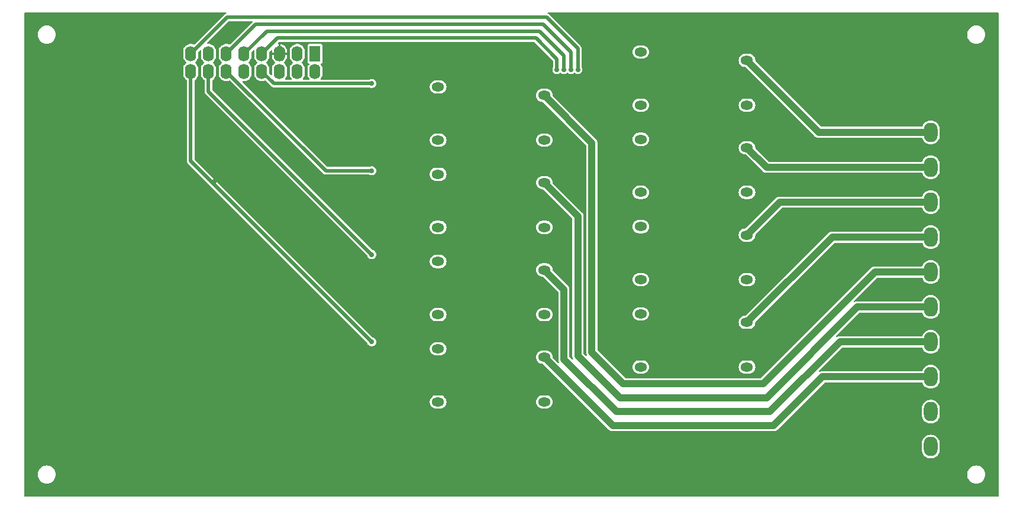
<source format=gbr>
G04 --- HEADER BEGIN --- *
G04 #@! TF.GenerationSoftware,LibrePCB,LibrePCB,1.0.0*
G04 #@! TF.CreationDate,2024-04-28T16:03:24*
G04 #@! TF.ProjectId,OSm Thermal,b11a65fa-6c4c-431c-8545-341aca355aaf,v1.5*
G04 #@! TF.Part,Single*
G04 #@! TF.SameCoordinates*
G04 #@! TF.FileFunction,Copper,L2,Bot*
G04 #@! TF.FilePolarity,Positive*
%FSLAX66Y66*%
%MOMM*%
G01*
G75*
G04 --- HEADER END --- *
G04 --- APERTURE LIST BEGIN --- *
G04 #@! TA.AperFunction,ComponentPad*
%ADD10O,1.8X1.3*%
%ADD11O,1.587X2.19*%
%ADD12R,1.587X2.19*%
%ADD13O,2.0X2.8*%
G04 #@! TA.AperFunction,ViaPad*
%ADD14C,0.7*%
G04 #@! TA.AperFunction,Conductor*
%ADD15C,0.5*%
%ADD16C,1.0*%
%ADD17C,0.01*%
G04 #@! TD*
G04 --- APERTURE LIST END --- *
G04 --- BOARD BEGIN --- *
D10*
G04 #@! TO.N,N9*
G04 #@! TO.C,K1*
G04 #@! TO.P,K1,NO,NO*
X74700000Y-49700000D03*
G04 #@! TO.N,N28*
G04 #@! TO.P,K1,C1,+*
X59500000Y-48500000D03*
G04 #@! TO.N,N5*
G04 #@! TO.P,K1,COM,COM*
X74700000Y-56100000D03*
G04 #@! TO.N,N23*
G04 #@! TO.P,K1,C2,-*
X59500000Y-56100000D03*
G04 #@! TO.N,N10*
G04 #@! TO.C,K2*
G04 #@! TO.P,K2,NO,NO*
X74700000Y-37200000D03*
G04 #@! TO.N,N28*
G04 #@! TO.P,K2,C1,+*
X59500000Y-36000000D03*
G04 #@! TO.N,N5*
G04 #@! TO.P,K2,COM,COM*
X74700000Y-43600000D03*
G04 #@! TO.N,N33*
G04 #@! TO.P,K2,C2,-*
X59500000Y-43600000D03*
G04 #@! TO.N,N13*
G04 #@! TO.C,K5*
G04 #@! TO.P,K5,NO,NO*
X103700000Y-44700000D03*
G04 #@! TO.N,N28*
G04 #@! TO.P,K5,C1,+*
X88500000Y-43500000D03*
G04 #@! TO.N,N5*
G04 #@! TO.P,K5,COM,COM*
X103700000Y-51100000D03*
G04 #@! TO.N,N19*
G04 #@! TO.P,K5,C2,-*
X88500000Y-51100000D03*
G04 #@! TO.N,N12*
G04 #@! TO.C,K4*
G04 #@! TO.P,K4,NO,NO*
X74700000Y-12200000D03*
G04 #@! TO.N,N28*
G04 #@! TO.P,K4,C1,+*
X59500000Y-11000000D03*
G04 #@! TO.N,N5*
G04 #@! TO.P,K4,COM,COM*
X74700000Y-18600000D03*
G04 #@! TO.N,N26*
G04 #@! TO.P,K4,C2,-*
X59500000Y-18600000D03*
G04 #@! TO.N,N14*
G04 #@! TO.C,K6*
G04 #@! TO.P,K6,NO,NO*
X103700000Y-32200000D03*
G04 #@! TO.N,N28*
G04 #@! TO.P,K6,C1,+*
X88500000Y-31000000D03*
G04 #@! TO.N,N5*
G04 #@! TO.P,K6,COM,COM*
X103700000Y-38600000D03*
G04 #@! TO.N,N32*
G04 #@! TO.P,K6,C2,-*
X88500000Y-38600000D03*
G04 #@! TO.N,N11*
G04 #@! TO.C,K3*
G04 #@! TO.P,K3,NO,NO*
X74700000Y-24700000D03*
G04 #@! TO.N,N28*
G04 #@! TO.P,K3,C1,+*
X59500000Y-23500000D03*
G04 #@! TO.N,N5*
G04 #@! TO.P,K3,COM,COM*
X74700000Y-31100000D03*
G04 #@! TO.N,N31*
G04 #@! TO.P,K3,C2,-*
X59500000Y-31100000D03*
D11*
G04 #@! TO.N,N29*
G04 #@! TO.C,J2*
G04 #@! TO.P,J2,15,15*
X24110000Y-6230000D03*
G04 #@! TO.N,N34*
G04 #@! TO.P,J2,12,12*
X29190000Y-8770000D03*
G04 #@! TO.N,N22*
G04 #@! TO.P,J2,4,4*
X39350000Y-8770000D03*
G04 #@! TO.N,N/C*
G04 #@! TO.P,J2,13,13*
X26650000Y-6230000D03*
G04 #@! TO.N,N42*
G04 #@! TO.P,J2,16,16*
X24110000Y-8770000D03*
G04 #@! TO.N,N/C*
G04 #@! TO.P,J2,10,10*
X31730000Y-8770000D03*
G04 #@! TO.N,N25*
G04 #@! TO.P,J2,14,14*
X26650000Y-8770000D03*
G04 #@! TO.N,N30*
G04 #@! TO.P,J2,11,11*
X29190000Y-6230000D03*
G04 #@! TO.N,GND*
G04 #@! TO.P,J2,5,5*
X36810000Y-6230000D03*
G04 #@! TO.N,N27*
G04 #@! TO.P,J2,8,8*
X34270000Y-8770000D03*
G04 #@! TO.N,N36*
G04 #@! TO.P,J2,9,9*
X31730000Y-6230000D03*
D12*
G04 #@! TO.N,N38*
G04 #@! TO.P,J2,1,1*
X41890000Y-6230000D03*
D11*
G04 #@! TO.N,N20*
G04 #@! TO.P,J2,2,2*
X41890000Y-8770000D03*
G04 #@! TO.N,N17*
G04 #@! TO.P,J2,7,7*
X34270000Y-6230000D03*
G04 #@! TO.N,N38*
G04 #@! TO.P,J2,3,3*
X39350000Y-6230000D03*
G04 #@! TO.N,N18*
G04 #@! TO.P,J2,6,6*
X36810000Y-8770000D03*
D13*
G04 #@! TO.N,N6*
G04 #@! TO.C,J1*
G04 #@! TO.P,J1,2,2*
X130000000Y-57500000D03*
G04 #@! TO.N,N10*
G04 #@! TO.P,J1,4,4*
X130000000Y-47500000D03*
G04 #@! TO.N,N12*
G04 #@! TO.P,J1,6,6*
X130000000Y-37500000D03*
G04 #@! TO.N,N9*
G04 #@! TO.P,J1,3,3*
X130000000Y-52500000D03*
G04 #@! TO.N,N13*
G04 #@! TO.P,J1,7,7*
X130000000Y-32500000D03*
G04 #@! TO.N,N16*
G04 #@! TO.P,J1,10,10*
X130000000Y-17500000D03*
G04 #@! TO.N,N14*
G04 #@! TO.P,J1,8,8*
X130000000Y-27500000D03*
G04 #@! TO.N,N15*
G04 #@! TO.P,J1,9,9*
X130000000Y-22500000D03*
G04 #@! TO.N,N5*
G04 #@! TO.P,J1,1,1*
X130000000Y-62500000D03*
G04 #@! TO.N,N11*
G04 #@! TO.P,J1,5,5*
X130000000Y-42500000D03*
D10*
G04 #@! TO.N,N15*
G04 #@! TO.C,K7*
G04 #@! TO.P,K7,NO,NO*
X103700000Y-19700000D03*
G04 #@! TO.N,N28*
G04 #@! TO.P,K7,C1,+*
X88500000Y-18500000D03*
G04 #@! TO.N,N5*
G04 #@! TO.P,K7,COM,COM*
X103700000Y-26100000D03*
G04 #@! TO.N,N24*
G04 #@! TO.P,K7,C2,-*
X88500000Y-26100000D03*
G04 #@! TO.N,N16*
G04 #@! TO.C,K8*
G04 #@! TO.P,K8,NO,NO*
X103700000Y-7200000D03*
G04 #@! TO.N,N28*
G04 #@! TO.P,K8,C1,+*
X88500000Y-6000000D03*
G04 #@! TO.N,N5*
G04 #@! TO.P,K8,COM,COM*
X103700000Y-13600000D03*
G04 #@! TO.N,N37*
G04 #@! TO.P,K8,C2,-*
X88500000Y-13600000D03*
D14*
G04 #@! TD.C*
G04 #@! TD.P*
G04 #@! TO.N,GND*
X49500000Y-29000000D03*
X84500000Y-17500000D03*
X18000000Y-39000000D03*
X44500000Y-65000000D03*
G04 #@! TO.N,N25*
X50000000Y-35000000D03*
D15*
X26650000Y-11650000D02*
X50000000Y-35000000D01*
X26650000Y-8770000D02*
X26650000Y-11650000D01*
D14*
G04 #@! TO.N,GND*
X22500000Y-49000000D03*
X115000000Y-39000000D03*
X22500000Y-50500000D03*
X49500000Y-54000000D03*
X27500000Y-24500000D03*
X121000000Y-50000000D03*
X34000000Y-37500000D03*
G04 #@! TO.N,N29*
X79500000Y-8500000D03*
D15*
X24110000Y-6230000D02*
X29340000Y-1000000D01*
X29340000Y-1000000D02*
X75000000Y-1000000D01*
X79500000Y-5500000D02*
X79500000Y-8500000D01*
X75000000Y-1000000D02*
X79500000Y-5500000D01*
D14*
G04 #@! TO.N,GND*
X35000000Y-68500000D03*
G04 #@! TO.N,N36*
X77500000Y-8500000D03*
D15*
X77500000Y-6500000D02*
X77500000Y-8500000D01*
X34960000Y-3000000D02*
X74000000Y-3000000D01*
X31730000Y-6230000D02*
X34960000Y-3000000D01*
X74000000Y-3000000D02*
X77500000Y-6500000D01*
D14*
G04 #@! TO.N,GND*
X110500000Y-20000000D03*
X117000000Y-65000000D03*
D16*
G04 #@! TO.N,N12*
X122000000Y-37500000D02*
X130000000Y-37500000D01*
X81500000Y-19000000D02*
X81500000Y-49000000D01*
X81500000Y-49000000D02*
X86000000Y-53500000D01*
X106000000Y-53500000D02*
X122000000Y-37500000D01*
X86000000Y-53500000D02*
X106000000Y-53500000D01*
X74700000Y-12200000D02*
X81500000Y-19000000D01*
D14*
G04 #@! TO.N,N30*
X78500000Y-8500000D03*
D15*
X78500000Y-6000000D02*
X78500000Y-8500000D01*
X33420000Y-2000000D02*
X74500000Y-2000000D01*
X74500000Y-2000000D02*
X78500000Y-6000000D01*
X29190000Y-6230000D02*
X33420000Y-2000000D01*
D14*
G04 #@! TO.N,GND*
X16000000Y-26500000D03*
X69000000Y-69000000D03*
X24500000Y-49000000D03*
X132500000Y-69000000D03*
D16*
G04 #@! TO.N,N13*
X103700000Y-44700000D02*
X115900000Y-32500000D01*
X115900000Y-32500000D02*
X130000000Y-32500000D01*
D14*
G04 #@! TO.N,GND*
X118000000Y-56000000D03*
X123500000Y-39000000D03*
G04 #@! TO.N,N34*
X50000000Y-23000000D03*
D15*
X29190000Y-8770000D02*
X43420000Y-23000000D01*
X43420000Y-23000000D02*
X50000000Y-23000000D01*
D14*
G04 #@! TO.N,GND*
X80000000Y-22500000D03*
D16*
G04 #@! TO.N,N10*
X107000000Y-57500000D02*
X117000000Y-47500000D01*
X74700000Y-37200000D02*
X77500000Y-40000000D01*
X117000000Y-47500000D02*
X130000000Y-47500000D01*
X77500000Y-50000000D02*
X85000000Y-57500000D01*
X77500000Y-40000000D02*
X77500000Y-50000000D01*
X85000000Y-57500000D02*
X107000000Y-57500000D01*
D14*
G04 #@! TO.N,GND*
X110500000Y-31500000D03*
X125500000Y-8500000D03*
X6500000Y-35000000D03*
X122000000Y-44500000D03*
D16*
G04 #@! TO.N,N14*
X108400000Y-27500000D02*
X130000000Y-27500000D01*
X103700000Y-32200000D02*
X108400000Y-27500000D01*
D14*
G04 #@! TO.N,GND*
X24500000Y-47500000D03*
G04 #@! TO.N,N27*
X50000000Y-10500000D03*
D15*
X34270000Y-8770000D02*
X36000000Y-10500000D01*
X36000000Y-10500000D02*
X50000000Y-10500000D01*
D14*
G04 #@! TO.N,GND*
X5500000Y-15500000D03*
X10000000Y-8000000D03*
X70000000Y-7500000D03*
X41500000Y-52500000D03*
X85000000Y-5000000D03*
X85500000Y-3000000D03*
X78500000Y-56500000D03*
X49500000Y-16500000D03*
D16*
G04 #@! TO.N,N15*
X106500000Y-22500000D02*
X130000000Y-22500000D01*
X103700000Y-19700000D02*
X106500000Y-22500000D01*
D14*
G04 #@! TO.N,GND*
X26500000Y-49000000D03*
G04 #@! TO.N,N17*
X76500000Y-8500000D03*
D15*
X34270000Y-6230000D02*
X36500000Y-4000000D01*
X36500000Y-4000000D02*
X73500000Y-4000000D01*
X76500000Y-7000000D02*
X76500000Y-8500000D01*
X73500000Y-4000000D02*
X76500000Y-7000000D01*
D14*
G04 #@! TO.N,GND*
X86500000Y-65000000D03*
X118000000Y-25000000D03*
X84500000Y-43000000D03*
G04 #@! TO.N,N42*
X50000000Y-47500000D03*
D15*
X24110000Y-21610000D02*
X50000000Y-47500000D01*
X24110000Y-8770000D02*
X24110000Y-21610000D01*
D16*
G04 #@! TO.N,N16*
X114000000Y-17500000D02*
X130000000Y-17500000D01*
X103700000Y-7200000D02*
X114000000Y-17500000D01*
G04 #@! TO.N,N11*
X79500000Y-49500000D02*
X85500000Y-55500000D01*
X106500000Y-55500000D02*
X119500000Y-42500000D01*
X74700000Y-24700000D02*
X79500000Y-29500000D01*
X85500000Y-55500000D02*
X106500000Y-55500000D01*
X119500000Y-42500000D02*
X130000000Y-42500000D01*
X79500000Y-29500000D02*
X79500000Y-49500000D01*
D14*
G04 #@! TO.N,GND*
X15500000Y-58500000D03*
X7500000Y-53000000D03*
X34500000Y-34500000D03*
X78000000Y-36500000D03*
X25000000Y-42000000D03*
X49500000Y-41500000D03*
X84500000Y-30000000D03*
D16*
G04 #@! TO.N,N9*
X74700000Y-49700000D02*
X84500000Y-59500000D01*
X107500000Y-59500000D02*
X114500000Y-52500000D01*
X114500000Y-52500000D02*
X130000000Y-52500000D01*
X84500000Y-59500000D02*
X107500000Y-59500000D01*
D14*
G04 #@! TO.N,GND*
X22500000Y-47500000D03*
D17*
G04 #@! TA.AperFunction,Conductor*
G36*
X300000Y-69600001D02*
X319500Y-69659328D01*
X399999Y-69700000D01*
X3495645Y-69700000D01*
X3495645Y-67799619D01*
X3278613Y-67780631D01*
X3270038Y-67779120D01*
X3059582Y-67722728D01*
X3051423Y-67719757D01*
X2853960Y-67627680D01*
X2846419Y-67623326D01*
X2667951Y-67498362D01*
X2661291Y-67492773D01*
X2507227Y-67338709D01*
X2501638Y-67332049D01*
X2376674Y-67153581D01*
X2372320Y-67146040D01*
X2280243Y-66948577D01*
X2277272Y-66940418D01*
X2220880Y-66729962D01*
X2219369Y-66721387D01*
X2200381Y-66504355D01*
X2200381Y-66495645D01*
X2219369Y-66278613D01*
X2220880Y-66270038D01*
X2277272Y-66059582D01*
X2280243Y-66051423D01*
X2372320Y-65853960D01*
X2376674Y-65846419D01*
X2501638Y-65667951D01*
X2507227Y-65661291D01*
X2661291Y-65507227D01*
X2667951Y-65501638D01*
X2846419Y-65376674D01*
X2853960Y-65372320D01*
X3051423Y-65280243D01*
X3059582Y-65277272D01*
X3270038Y-65220880D01*
X3278613Y-65219369D01*
X3495645Y-65200381D01*
X3495645Y-4799619D01*
X3278613Y-4780631D01*
X3270038Y-4779120D01*
X3059582Y-4722728D01*
X3051423Y-4719757D01*
X2853960Y-4627680D01*
X2846419Y-4623326D01*
X2667951Y-4498362D01*
X2661291Y-4492773D01*
X2507227Y-4338709D01*
X2501638Y-4332049D01*
X2376674Y-4153581D01*
X2372320Y-4146040D01*
X2280243Y-3948577D01*
X2277272Y-3940418D01*
X2220880Y-3729962D01*
X2219369Y-3721387D01*
X2200381Y-3504355D01*
X2200381Y-3495645D01*
X2219369Y-3278613D01*
X2220880Y-3270038D01*
X2277272Y-3059582D01*
X2280243Y-3051423D01*
X2372320Y-2853960D01*
X2376674Y-2846419D01*
X2501638Y-2667951D01*
X2507227Y-2661291D01*
X2661291Y-2507227D01*
X2667951Y-2501638D01*
X2846419Y-2376674D01*
X2853960Y-2372320D01*
X3051423Y-2280243D01*
X3059582Y-2277272D01*
X3270038Y-2220880D01*
X3278613Y-2219369D01*
X3495645Y-2200381D01*
X3504355Y-2200381D01*
X3721387Y-2219369D01*
X3729962Y-2220880D01*
X3940418Y-2277272D01*
X3948577Y-2280243D01*
X4146040Y-2372320D01*
X4153581Y-2376674D01*
X4332049Y-2501638D01*
X4338709Y-2507227D01*
X4492773Y-2661291D01*
X4498362Y-2667951D01*
X4623326Y-2846419D01*
X4627680Y-2853960D01*
X4719757Y-3051423D01*
X4722728Y-3059582D01*
X4779120Y-3270038D01*
X4780631Y-3278613D01*
X4799619Y-3495645D01*
X4799619Y-3504355D01*
X4780631Y-3721387D01*
X4779120Y-3729962D01*
X4722728Y-3940418D01*
X4719757Y-3948577D01*
X4627680Y-4146040D01*
X4623326Y-4153581D01*
X4498362Y-4332049D01*
X4492773Y-4338709D01*
X4338709Y-4492773D01*
X4332049Y-4498362D01*
X4153581Y-4623326D01*
X4146040Y-4627680D01*
X3948577Y-4719757D01*
X3940418Y-4722728D01*
X3729962Y-4779120D01*
X3721387Y-4780631D01*
X3504355Y-4799619D01*
X3495645Y-4799619D01*
X3495645Y-65200381D01*
X3504355Y-65200381D01*
X3721387Y-65219369D01*
X3729962Y-65220880D01*
X3940418Y-65277272D01*
X3948577Y-65280243D01*
X4146040Y-65372320D01*
X4153581Y-65376674D01*
X4332049Y-65501638D01*
X4338709Y-65507227D01*
X4492773Y-65661291D01*
X4498362Y-65667951D01*
X4623326Y-65846419D01*
X4627680Y-65853960D01*
X4719757Y-66051423D01*
X4722728Y-66059582D01*
X4779120Y-66270038D01*
X4780631Y-66278613D01*
X4799619Y-66495645D01*
X4799619Y-66504355D01*
X4780631Y-66721387D01*
X4779120Y-66729962D01*
X4722728Y-66940418D01*
X4719757Y-66948577D01*
X4627680Y-67146040D01*
X4623326Y-67153581D01*
X4498362Y-67332049D01*
X4492773Y-67338709D01*
X4338709Y-67492773D01*
X4332049Y-67498362D01*
X4153581Y-67623326D01*
X4146040Y-67627680D01*
X3948577Y-67719757D01*
X3940418Y-67722728D01*
X3729962Y-67779120D01*
X3721387Y-67780631D01*
X3504355Y-67799619D01*
X3495645Y-67799619D01*
X3495645Y-69700000D01*
X59252450Y-69700000D01*
X59252450Y-57050000D01*
X59247557Y-57049759D01*
X59069557Y-57032228D01*
X59059960Y-57030319D01*
X58891157Y-56979114D01*
X58882113Y-56975367D01*
X58726542Y-56892213D01*
X58718410Y-56886779D01*
X58582047Y-56774868D01*
X58575132Y-56767953D01*
X58463221Y-56631590D01*
X58457787Y-56623458D01*
X58374633Y-56467887D01*
X58370886Y-56458843D01*
X58319681Y-56290040D01*
X58317772Y-56280443D01*
X58300482Y-56104894D01*
X58300482Y-56095106D01*
X58317772Y-55919557D01*
X58319681Y-55909960D01*
X58370886Y-55741157D01*
X58374633Y-55732113D01*
X58457787Y-55576542D01*
X58463221Y-55568410D01*
X58575132Y-55432047D01*
X58582047Y-55425132D01*
X58718410Y-55313221D01*
X58726542Y-55307787D01*
X58882113Y-55224633D01*
X58891157Y-55220886D01*
X59059960Y-55169681D01*
X59069557Y-55167772D01*
X59247557Y-55150241D01*
X59252450Y-55150000D01*
X59252450Y-49450000D01*
X59247557Y-49449759D01*
X59069557Y-49432228D01*
X59059960Y-49430319D01*
X58891157Y-49379114D01*
X58882113Y-49375367D01*
X58726542Y-49292213D01*
X58718410Y-49286779D01*
X58582047Y-49174868D01*
X58575132Y-49167953D01*
X58463221Y-49031590D01*
X58457787Y-49023458D01*
X58374633Y-48867887D01*
X58370886Y-48858843D01*
X58319681Y-48690040D01*
X58317772Y-48680443D01*
X58300482Y-48504894D01*
X58300482Y-48495106D01*
X58317772Y-48319557D01*
X58319681Y-48309960D01*
X58370886Y-48141157D01*
X58374633Y-48132113D01*
X58457787Y-47976542D01*
X58463221Y-47968410D01*
X58575132Y-47832047D01*
X58582047Y-47825132D01*
X58718410Y-47713221D01*
X58726542Y-47707787D01*
X58882113Y-47624633D01*
X58891157Y-47620886D01*
X59059960Y-47569681D01*
X59069557Y-47567772D01*
X59247557Y-47550241D01*
X59252450Y-47550000D01*
X59252450Y-44550000D01*
X59247557Y-44549759D01*
X59069557Y-44532228D01*
X59059960Y-44530319D01*
X58891157Y-44479114D01*
X58882113Y-44475367D01*
X58726542Y-44392213D01*
X58718410Y-44386779D01*
X58582047Y-44274868D01*
X58575132Y-44267953D01*
X58463221Y-44131590D01*
X58457787Y-44123458D01*
X58374633Y-43967887D01*
X58370886Y-43958843D01*
X58319681Y-43790040D01*
X58317772Y-43780443D01*
X58300482Y-43604894D01*
X58300482Y-43595106D01*
X58317772Y-43419557D01*
X58319681Y-43409960D01*
X58370886Y-43241157D01*
X58374633Y-43232113D01*
X58457787Y-43076542D01*
X58463221Y-43068410D01*
X58575132Y-42932047D01*
X58582047Y-42925132D01*
X58718410Y-42813221D01*
X58726542Y-42807787D01*
X58882113Y-42724633D01*
X58891157Y-42720886D01*
X59059960Y-42669681D01*
X59069557Y-42667772D01*
X59247557Y-42650241D01*
X59252450Y-42650000D01*
X59252450Y-36950000D01*
X59247557Y-36949759D01*
X59069557Y-36932228D01*
X59059960Y-36930319D01*
X58891157Y-36879114D01*
X58882113Y-36875367D01*
X58726542Y-36792213D01*
X58718410Y-36786779D01*
X58582047Y-36674868D01*
X58575132Y-36667953D01*
X58463221Y-36531590D01*
X58457787Y-36523458D01*
X58374633Y-36367887D01*
X58370886Y-36358843D01*
X58319681Y-36190040D01*
X58317772Y-36180443D01*
X58300482Y-36004894D01*
X58300482Y-35995106D01*
X58317772Y-35819557D01*
X58319681Y-35809960D01*
X58370886Y-35641157D01*
X58374633Y-35632113D01*
X58457787Y-35476542D01*
X58463221Y-35468410D01*
X58575132Y-35332047D01*
X58582047Y-35325132D01*
X58718410Y-35213221D01*
X58726542Y-35207787D01*
X58882113Y-35124633D01*
X58891157Y-35120886D01*
X59059960Y-35069681D01*
X59069557Y-35067772D01*
X59247557Y-35050241D01*
X59252450Y-35050000D01*
X59252450Y-32050000D01*
X59247557Y-32049759D01*
X59069557Y-32032228D01*
X59059960Y-32030319D01*
X58891157Y-31979114D01*
X58882113Y-31975367D01*
X58726542Y-31892213D01*
X58718410Y-31886779D01*
X58582047Y-31774868D01*
X58575132Y-31767953D01*
X58463221Y-31631590D01*
X58457787Y-31623458D01*
X58374633Y-31467887D01*
X58370886Y-31458843D01*
X58319681Y-31290040D01*
X58317772Y-31280443D01*
X58300482Y-31104894D01*
X58300482Y-31095106D01*
X58317772Y-30919557D01*
X58319681Y-30909960D01*
X58370886Y-30741157D01*
X58374633Y-30732113D01*
X58457787Y-30576542D01*
X58463221Y-30568410D01*
X58575132Y-30432047D01*
X58582047Y-30425132D01*
X58718410Y-30313221D01*
X58726542Y-30307787D01*
X58882113Y-30224633D01*
X58891157Y-30220886D01*
X59059960Y-30169681D01*
X59069557Y-30167772D01*
X59247557Y-30150241D01*
X59252450Y-30150000D01*
X59252450Y-24450000D01*
X59247557Y-24449759D01*
X59069557Y-24432228D01*
X59059960Y-24430319D01*
X58891157Y-24379114D01*
X58882113Y-24375367D01*
X58726542Y-24292213D01*
X58718410Y-24286779D01*
X58582047Y-24174868D01*
X58575132Y-24167953D01*
X58463221Y-24031590D01*
X58457787Y-24023458D01*
X58374633Y-23867887D01*
X58370886Y-23858843D01*
X58319681Y-23690040D01*
X58317772Y-23680443D01*
X58300482Y-23504894D01*
X58300482Y-23495106D01*
X58317772Y-23319557D01*
X58319681Y-23309960D01*
X58370886Y-23141157D01*
X58374633Y-23132113D01*
X58457787Y-22976542D01*
X58463221Y-22968410D01*
X58575132Y-22832047D01*
X58582047Y-22825132D01*
X58718410Y-22713221D01*
X58726542Y-22707787D01*
X58882113Y-22624633D01*
X58891157Y-22620886D01*
X59059960Y-22569681D01*
X59069557Y-22567772D01*
X59247557Y-22550241D01*
X59252450Y-22550000D01*
X59252450Y-19550000D01*
X59247557Y-19549759D01*
X59069557Y-19532228D01*
X59059960Y-19530319D01*
X58891157Y-19479114D01*
X58882113Y-19475367D01*
X58726542Y-19392213D01*
X58718410Y-19386779D01*
X58582047Y-19274868D01*
X58575132Y-19267953D01*
X58463221Y-19131590D01*
X58457787Y-19123458D01*
X58374633Y-18967887D01*
X58370886Y-18958843D01*
X58319681Y-18790040D01*
X58317772Y-18780443D01*
X58300482Y-18604894D01*
X58300482Y-18595106D01*
X58317772Y-18419557D01*
X58319681Y-18409960D01*
X58370886Y-18241157D01*
X58374633Y-18232113D01*
X58457787Y-18076542D01*
X58463221Y-18068410D01*
X58575132Y-17932047D01*
X58582047Y-17925132D01*
X58718410Y-17813221D01*
X58726542Y-17807787D01*
X58882113Y-17724633D01*
X58891157Y-17720886D01*
X59059960Y-17669681D01*
X59069557Y-17667772D01*
X59247557Y-17650241D01*
X59252450Y-17650000D01*
X59252450Y-11950000D01*
X59247557Y-11949759D01*
X59069557Y-11932228D01*
X59059960Y-11930319D01*
X58891157Y-11879114D01*
X58882113Y-11875367D01*
X58726542Y-11792213D01*
X58718410Y-11786779D01*
X58582047Y-11674868D01*
X58575132Y-11667953D01*
X58463221Y-11531590D01*
X58457787Y-11523458D01*
X58374633Y-11367887D01*
X58370886Y-11358843D01*
X58319681Y-11190040D01*
X58317772Y-11180443D01*
X58300482Y-11004894D01*
X58300482Y-10995106D01*
X58317772Y-10819557D01*
X58319681Y-10809960D01*
X58370886Y-10641157D01*
X58374633Y-10632113D01*
X58457787Y-10476542D01*
X58463221Y-10468410D01*
X58575132Y-10332047D01*
X58582047Y-10325132D01*
X58718410Y-10213221D01*
X58726542Y-10207787D01*
X58882113Y-10124633D01*
X58891157Y-10120886D01*
X59059960Y-10069681D01*
X59069557Y-10067772D01*
X59247557Y-10050241D01*
X59252450Y-10050000D01*
X59747550Y-10050000D01*
X59752443Y-10050241D01*
X59930443Y-10067772D01*
X59940040Y-10069681D01*
X60108843Y-10120886D01*
X60117887Y-10124633D01*
X60273458Y-10207787D01*
X60281590Y-10213221D01*
X60417953Y-10325132D01*
X60424868Y-10332047D01*
X60536779Y-10468410D01*
X60542213Y-10476542D01*
X60625367Y-10632113D01*
X60629114Y-10641157D01*
X60680319Y-10809960D01*
X60682228Y-10819557D01*
X60699518Y-10995106D01*
X60699518Y-11004894D01*
X60682228Y-11180443D01*
X60680319Y-11190040D01*
X60629114Y-11358843D01*
X60625367Y-11367887D01*
X60542213Y-11523458D01*
X60536779Y-11531590D01*
X60424868Y-11667953D01*
X60417953Y-11674868D01*
X60281590Y-11786779D01*
X60273458Y-11792213D01*
X60117887Y-11875367D01*
X60108843Y-11879114D01*
X59940040Y-11930319D01*
X59930443Y-11932228D01*
X59752443Y-11949759D01*
X59747550Y-11950000D01*
X59252450Y-11950000D01*
X59252450Y-17650000D01*
X59747550Y-17650000D01*
X59752443Y-17650241D01*
X59930443Y-17667772D01*
X59940040Y-17669681D01*
X60108843Y-17720886D01*
X60117887Y-17724633D01*
X60273458Y-17807787D01*
X60281590Y-17813221D01*
X60417953Y-17925132D01*
X60424868Y-17932047D01*
X60536779Y-18068410D01*
X60542213Y-18076542D01*
X60625367Y-18232113D01*
X60629114Y-18241157D01*
X60680319Y-18409960D01*
X60682228Y-18419557D01*
X60699518Y-18595106D01*
X60699518Y-18604894D01*
X60682228Y-18780443D01*
X60680319Y-18790040D01*
X60629114Y-18958843D01*
X60625367Y-18967887D01*
X60542213Y-19123458D01*
X60536779Y-19131590D01*
X60424868Y-19267953D01*
X60417953Y-19274868D01*
X60281590Y-19386779D01*
X60273458Y-19392213D01*
X60117887Y-19475367D01*
X60108843Y-19479114D01*
X59940040Y-19530319D01*
X59930443Y-19532228D01*
X59752443Y-19549759D01*
X59747550Y-19550000D01*
X59252450Y-19550000D01*
X59252450Y-22550000D01*
X59747550Y-22550000D01*
X59752443Y-22550241D01*
X59930443Y-22567772D01*
X59940040Y-22569681D01*
X60108843Y-22620886D01*
X60117887Y-22624633D01*
X60273458Y-22707787D01*
X60281590Y-22713221D01*
X60417953Y-22825132D01*
X60424868Y-22832047D01*
X60536779Y-22968410D01*
X60542213Y-22976542D01*
X60625367Y-23132113D01*
X60629114Y-23141157D01*
X60680319Y-23309960D01*
X60682228Y-23319557D01*
X60699518Y-23495106D01*
X60699518Y-23504894D01*
X60682228Y-23680443D01*
X60680319Y-23690040D01*
X60629114Y-23858843D01*
X60625367Y-23867887D01*
X60542213Y-24023458D01*
X60536779Y-24031590D01*
X60424868Y-24167953D01*
X60417953Y-24174868D01*
X60281590Y-24286779D01*
X60273458Y-24292213D01*
X60117887Y-24375367D01*
X60108843Y-24379114D01*
X59940040Y-24430319D01*
X59930443Y-24432228D01*
X59752443Y-24449759D01*
X59747550Y-24450000D01*
X59252450Y-24450000D01*
X59252450Y-30150000D01*
X59747550Y-30150000D01*
X59752443Y-30150241D01*
X59930443Y-30167772D01*
X59940040Y-30169681D01*
X60108843Y-30220886D01*
X60117887Y-30224633D01*
X60273458Y-30307787D01*
X60281590Y-30313221D01*
X60417953Y-30425132D01*
X60424868Y-30432047D01*
X60536779Y-30568410D01*
X60542213Y-30576542D01*
X60625367Y-30732113D01*
X60629114Y-30741157D01*
X60680319Y-30909960D01*
X60682228Y-30919557D01*
X60699518Y-31095106D01*
X60699518Y-31104894D01*
X60682228Y-31280443D01*
X60680319Y-31290040D01*
X60629114Y-31458843D01*
X60625367Y-31467887D01*
X60542213Y-31623458D01*
X60536779Y-31631590D01*
X60424868Y-31767953D01*
X60417953Y-31774868D01*
X60281590Y-31886779D01*
X60273458Y-31892213D01*
X60117887Y-31975367D01*
X60108843Y-31979114D01*
X59940040Y-32030319D01*
X59930443Y-32032228D01*
X59752443Y-32049759D01*
X59747550Y-32050000D01*
X59252450Y-32050000D01*
X59252450Y-35050000D01*
X59747550Y-35050000D01*
X59752443Y-35050241D01*
X59930443Y-35067772D01*
X59940040Y-35069681D01*
X60108843Y-35120886D01*
X60117887Y-35124633D01*
X60273458Y-35207787D01*
X60281590Y-35213221D01*
X60417953Y-35325132D01*
X60424868Y-35332047D01*
X60536779Y-35468410D01*
X60542213Y-35476542D01*
X60625367Y-35632113D01*
X60629114Y-35641157D01*
X60680319Y-35809960D01*
X60682228Y-35819557D01*
X60699518Y-35995106D01*
X60699518Y-36004894D01*
X60682228Y-36180443D01*
X60680319Y-36190040D01*
X60629114Y-36358843D01*
X60625367Y-36367887D01*
X60542213Y-36523458D01*
X60536779Y-36531590D01*
X60424868Y-36667953D01*
X60417953Y-36674868D01*
X60281590Y-36786779D01*
X60273458Y-36792213D01*
X60117887Y-36875367D01*
X60108843Y-36879114D01*
X59940040Y-36930319D01*
X59930443Y-36932228D01*
X59752443Y-36949759D01*
X59747550Y-36950000D01*
X59252450Y-36950000D01*
X59252450Y-42650000D01*
X59747550Y-42650000D01*
X59752443Y-42650241D01*
X59930443Y-42667772D01*
X59940040Y-42669681D01*
X60108843Y-42720886D01*
X60117887Y-42724633D01*
X60273458Y-42807787D01*
X60281590Y-42813221D01*
X60417953Y-42925132D01*
X60424868Y-42932047D01*
X60536779Y-43068410D01*
X60542213Y-43076542D01*
X60625367Y-43232113D01*
X60629114Y-43241157D01*
X60680319Y-43409960D01*
X60682228Y-43419557D01*
X60699518Y-43595106D01*
X60699518Y-43604894D01*
X60682228Y-43780443D01*
X60680319Y-43790040D01*
X60629114Y-43958843D01*
X60625367Y-43967887D01*
X60542213Y-44123458D01*
X60536779Y-44131590D01*
X60424868Y-44267953D01*
X60417953Y-44274868D01*
X60281590Y-44386779D01*
X60273458Y-44392213D01*
X60117887Y-44475367D01*
X60108843Y-44479114D01*
X59940040Y-44530319D01*
X59930443Y-44532228D01*
X59752443Y-44549759D01*
X59747550Y-44550000D01*
X59252450Y-44550000D01*
X59252450Y-47550000D01*
X59747550Y-47550000D01*
X59752443Y-47550241D01*
X59930443Y-47567772D01*
X59940040Y-47569681D01*
X60108843Y-47620886D01*
X60117887Y-47624633D01*
X60273458Y-47707787D01*
X60281590Y-47713221D01*
X60417953Y-47825132D01*
X60424868Y-47832047D01*
X60536779Y-47968410D01*
X60542213Y-47976542D01*
X60625367Y-48132113D01*
X60629114Y-48141157D01*
X60680319Y-48309960D01*
X60682228Y-48319557D01*
X60699518Y-48495106D01*
X60699518Y-48504894D01*
X60682228Y-48680443D01*
X60680319Y-48690040D01*
X60629114Y-48858843D01*
X60625367Y-48867887D01*
X60542213Y-49023458D01*
X60536779Y-49031590D01*
X60424868Y-49167953D01*
X60417953Y-49174868D01*
X60281590Y-49286779D01*
X60273458Y-49292213D01*
X60117887Y-49375367D01*
X60108843Y-49379114D01*
X59940040Y-49430319D01*
X59930443Y-49432228D01*
X59752443Y-49449759D01*
X59747550Y-49450000D01*
X59252450Y-49450000D01*
X59252450Y-55150000D01*
X59747550Y-55150000D01*
X59752443Y-55150241D01*
X59930443Y-55167772D01*
X59940040Y-55169681D01*
X60108843Y-55220886D01*
X60117887Y-55224633D01*
X60273458Y-55307787D01*
X60281590Y-55313221D01*
X60417953Y-55425132D01*
X60424868Y-55432047D01*
X60536779Y-55568410D01*
X60542213Y-55576542D01*
X60625367Y-55732113D01*
X60629114Y-55741157D01*
X60680319Y-55909960D01*
X60682228Y-55919557D01*
X60699518Y-56095106D01*
X60699518Y-56104894D01*
X60682228Y-56280443D01*
X60680319Y-56290040D01*
X60629114Y-56458843D01*
X60625367Y-56467887D01*
X60542213Y-56623458D01*
X60536779Y-56631590D01*
X60424868Y-56767953D01*
X60417953Y-56774868D01*
X60281590Y-56886779D01*
X60273458Y-56892213D01*
X60117887Y-56975367D01*
X60108843Y-56979114D01*
X59940040Y-57030319D01*
X59930443Y-57032228D01*
X59752443Y-57049759D01*
X59747550Y-57050000D01*
X59252450Y-57050000D01*
X59252450Y-69700000D01*
X74452450Y-69700000D01*
X74452450Y-57050000D01*
X74447557Y-57049759D01*
X74269557Y-57032228D01*
X74259960Y-57030319D01*
X74091157Y-56979114D01*
X74082113Y-56975367D01*
X73926542Y-56892213D01*
X73918410Y-56886779D01*
X73782047Y-56774868D01*
X73775132Y-56767953D01*
X73663221Y-56631590D01*
X73657787Y-56623458D01*
X73574633Y-56467887D01*
X73570886Y-56458843D01*
X73519681Y-56290040D01*
X73517772Y-56280443D01*
X73500482Y-56104894D01*
X73500482Y-56095106D01*
X73517772Y-55919557D01*
X73519681Y-55909960D01*
X73570886Y-55741157D01*
X73574633Y-55732113D01*
X73657787Y-55576542D01*
X73663221Y-55568410D01*
X73775132Y-55432047D01*
X73782047Y-55425132D01*
X73918410Y-55313221D01*
X73926542Y-55307787D01*
X74082113Y-55224633D01*
X74091157Y-55220886D01*
X74259960Y-55169681D01*
X74269557Y-55167772D01*
X74447557Y-55150241D01*
X74452450Y-55150000D01*
X74947550Y-55150000D01*
X74952443Y-55150241D01*
X75130443Y-55167772D01*
X75140040Y-55169681D01*
X75308843Y-55220886D01*
X75317887Y-55224633D01*
X75473458Y-55307787D01*
X75481590Y-55313221D01*
X75617953Y-55425132D01*
X75624868Y-55432047D01*
X75736779Y-55568410D01*
X75742213Y-55576542D01*
X75825367Y-55732113D01*
X75829114Y-55741157D01*
X75880319Y-55909960D01*
X75882228Y-55919557D01*
X75899518Y-56095106D01*
X75899518Y-56104894D01*
X75882228Y-56280443D01*
X75880319Y-56290040D01*
X75829114Y-56458843D01*
X75825367Y-56467887D01*
X75742213Y-56623458D01*
X75736779Y-56631590D01*
X75624868Y-56767953D01*
X75617953Y-56774868D01*
X75481590Y-56886779D01*
X75473458Y-56892213D01*
X75317887Y-56975367D01*
X75308843Y-56979114D01*
X75140040Y-57030319D01*
X75130443Y-57032228D01*
X74952443Y-57049759D01*
X74947550Y-57050000D01*
X74452450Y-57050000D01*
X74452450Y-69700000D01*
X84502622Y-69700000D01*
X84502622Y-60300000D01*
X84497392Y-60299726D01*
X84440131Y-60293707D01*
X84434910Y-60293296D01*
X84380087Y-60290423D01*
X84369789Y-60288792D01*
X84362175Y-60286752D01*
X84346743Y-60283892D01*
X84338884Y-60283066D01*
X84328688Y-60280899D01*
X84276410Y-60263913D01*
X84271391Y-60262426D01*
X84218366Y-60248218D01*
X84208634Y-60244482D01*
X84201612Y-60240904D01*
X84187108Y-60234896D01*
X84179594Y-60232455D01*
X84170074Y-60228216D01*
X84122487Y-60200743D01*
X84117889Y-60198247D01*
X84068959Y-60173315D01*
X84060216Y-60167637D01*
X84054090Y-60162676D01*
X84041153Y-60153784D01*
X84034309Y-60149833D01*
X84025882Y-60143710D01*
X83985050Y-60106945D01*
X83981068Y-60103545D01*
X83936350Y-60067334D01*
X83932462Y-60063833D01*
X74547918Y-50679289D01*
X74477208Y-50650000D01*
X74452450Y-50650000D01*
X74447557Y-50649759D01*
X74269557Y-50632228D01*
X74259960Y-50630319D01*
X74091157Y-50579114D01*
X74082113Y-50575367D01*
X73926542Y-50492213D01*
X73918410Y-50486779D01*
X73782047Y-50374868D01*
X73775132Y-50367953D01*
X73663221Y-50231590D01*
X73657787Y-50223458D01*
X73574633Y-50067887D01*
X73570886Y-50058843D01*
X73519681Y-49890040D01*
X73517772Y-49880443D01*
X73500482Y-49704894D01*
X73500482Y-49695106D01*
X73517772Y-49519557D01*
X73519681Y-49509960D01*
X73570886Y-49341157D01*
X73574633Y-49332113D01*
X73657787Y-49176542D01*
X73663221Y-49168410D01*
X73775132Y-49032047D01*
X73782047Y-49025132D01*
X73918410Y-48913221D01*
X73926542Y-48907787D01*
X74082113Y-48824633D01*
X74091157Y-48820886D01*
X74259960Y-48769681D01*
X74269557Y-48767772D01*
X74447557Y-48750241D01*
X74452450Y-48750000D01*
X74452450Y-44550000D01*
X74447557Y-44549759D01*
X74269557Y-44532228D01*
X74259960Y-44530319D01*
X74091157Y-44479114D01*
X74082113Y-44475367D01*
X73926542Y-44392213D01*
X73918410Y-44386779D01*
X73782047Y-44274868D01*
X73775132Y-44267953D01*
X73663221Y-44131590D01*
X73657787Y-44123458D01*
X73574633Y-43967887D01*
X73570886Y-43958843D01*
X73519681Y-43790040D01*
X73517772Y-43780443D01*
X73500482Y-43604894D01*
X73500482Y-43595106D01*
X73517772Y-43419557D01*
X73519681Y-43409960D01*
X73570886Y-43241157D01*
X73574633Y-43232113D01*
X73657787Y-43076542D01*
X73663221Y-43068410D01*
X73775132Y-42932047D01*
X73782047Y-42925132D01*
X73918410Y-42813221D01*
X73926542Y-42807787D01*
X74082113Y-42724633D01*
X74091157Y-42720886D01*
X74259960Y-42669681D01*
X74269557Y-42667772D01*
X74447557Y-42650241D01*
X74452450Y-42650000D01*
X74947550Y-42650000D01*
X74952443Y-42650241D01*
X75130443Y-42667772D01*
X75140040Y-42669681D01*
X75308843Y-42720886D01*
X75317887Y-42724633D01*
X75473458Y-42807787D01*
X75481590Y-42813221D01*
X75617953Y-42925132D01*
X75624868Y-42932047D01*
X75736779Y-43068410D01*
X75742213Y-43076542D01*
X75825367Y-43232113D01*
X75829114Y-43241157D01*
X75880319Y-43409960D01*
X75882228Y-43419557D01*
X75899518Y-43595106D01*
X75899518Y-43604894D01*
X75882228Y-43780443D01*
X75880319Y-43790040D01*
X75829114Y-43958843D01*
X75825367Y-43967887D01*
X75742213Y-44123458D01*
X75736779Y-44131590D01*
X75624868Y-44267953D01*
X75617953Y-44274868D01*
X75481590Y-44386779D01*
X75473458Y-44392213D01*
X75317887Y-44475367D01*
X75308843Y-44479114D01*
X75140040Y-44530319D01*
X75130443Y-44532228D01*
X74952443Y-44549759D01*
X74947550Y-44550000D01*
X74452450Y-44550000D01*
X74452450Y-48750000D01*
X74947550Y-48750000D01*
X74952443Y-48750241D01*
X75130443Y-48767772D01*
X75140040Y-48769681D01*
X75308843Y-48820886D01*
X75317887Y-48824633D01*
X75473458Y-48907787D01*
X75481590Y-48913221D01*
X75617953Y-49025132D01*
X75624868Y-49032047D01*
X75736779Y-49168410D01*
X75742213Y-49176542D01*
X75825367Y-49332113D01*
X75829114Y-49341157D01*
X75880319Y-49509960D01*
X75882228Y-49519557D01*
X75899518Y-49695109D01*
X75899519Y-49704892D01*
X75898483Y-49715405D01*
X75927290Y-49795919D01*
X76654776Y-50523405D01*
X76710515Y-50551567D01*
X76772093Y-50541169D01*
X76815494Y-50496265D01*
X76814586Y-50407296D01*
X76801751Y-50382106D01*
X76799253Y-50377506D01*
X76771786Y-50329932D01*
X76767543Y-50320400D01*
X76765104Y-50312895D01*
X76759100Y-50298398D01*
X76755513Y-50291357D01*
X76751781Y-50281636D01*
X76737564Y-50228579D01*
X76736077Y-50223560D01*
X76719100Y-50171310D01*
X76716934Y-50161120D01*
X76716109Y-50153266D01*
X76713250Y-50137836D01*
X76711206Y-50130207D01*
X76709576Y-50119915D01*
X76706701Y-50065064D01*
X76706290Y-50059845D01*
X76700274Y-50002609D01*
X76700000Y-49997377D01*
X76700000Y-40372792D01*
X76670711Y-40302082D01*
X74547918Y-38179289D01*
X74477208Y-38150000D01*
X74452450Y-38150000D01*
X74447557Y-38149759D01*
X74269557Y-38132228D01*
X74259960Y-38130319D01*
X74091157Y-38079114D01*
X74082113Y-38075367D01*
X73926542Y-37992213D01*
X73918410Y-37986779D01*
X73782047Y-37874868D01*
X73775132Y-37867953D01*
X73663221Y-37731590D01*
X73657787Y-37723458D01*
X73574633Y-37567887D01*
X73570886Y-37558843D01*
X73519681Y-37390040D01*
X73517772Y-37380443D01*
X73500482Y-37204894D01*
X73500482Y-37195106D01*
X73517772Y-37019557D01*
X73519681Y-37009960D01*
X73570886Y-36841157D01*
X73574633Y-36832113D01*
X73657787Y-36676542D01*
X73663221Y-36668410D01*
X73775132Y-36532047D01*
X73782047Y-36525132D01*
X73918410Y-36413221D01*
X73926542Y-36407787D01*
X74082113Y-36324633D01*
X74091157Y-36320886D01*
X74259960Y-36269681D01*
X74269557Y-36267772D01*
X74447557Y-36250241D01*
X74452450Y-36250000D01*
X74452450Y-32050000D01*
X74447557Y-32049759D01*
X74269557Y-32032228D01*
X74259960Y-32030319D01*
X74091157Y-31979114D01*
X74082113Y-31975367D01*
X73926542Y-31892213D01*
X73918410Y-31886779D01*
X73782047Y-31774868D01*
X73775132Y-31767953D01*
X73663221Y-31631590D01*
X73657787Y-31623458D01*
X73574633Y-31467887D01*
X73570886Y-31458843D01*
X73519681Y-31290040D01*
X73517772Y-31280443D01*
X73500482Y-31104894D01*
X73500482Y-31095106D01*
X73517772Y-30919557D01*
X73519681Y-30909960D01*
X73570886Y-30741157D01*
X73574633Y-30732113D01*
X73657787Y-30576542D01*
X73663221Y-30568410D01*
X73775132Y-30432047D01*
X73782047Y-30425132D01*
X73918410Y-30313221D01*
X73926542Y-30307787D01*
X74082113Y-30224633D01*
X74091157Y-30220886D01*
X74259960Y-30169681D01*
X74269557Y-30167772D01*
X74447557Y-30150241D01*
X74452450Y-30150000D01*
X74947550Y-30150000D01*
X74952443Y-30150241D01*
X75130443Y-30167772D01*
X75140040Y-30169681D01*
X75308843Y-30220886D01*
X75317887Y-30224633D01*
X75473458Y-30307787D01*
X75481590Y-30313221D01*
X75617953Y-30425132D01*
X75624868Y-30432047D01*
X75736779Y-30568410D01*
X75742213Y-30576542D01*
X75825367Y-30732113D01*
X75829114Y-30741157D01*
X75880319Y-30909960D01*
X75882228Y-30919557D01*
X75899518Y-31095106D01*
X75899518Y-31104894D01*
X75882228Y-31280443D01*
X75880319Y-31290040D01*
X75829114Y-31458843D01*
X75825367Y-31467887D01*
X75742213Y-31623458D01*
X75736779Y-31631590D01*
X75624868Y-31767953D01*
X75617953Y-31774868D01*
X75481590Y-31886779D01*
X75473458Y-31892213D01*
X75317887Y-31975367D01*
X75308843Y-31979114D01*
X75140040Y-32030319D01*
X75130443Y-32032228D01*
X74952443Y-32049759D01*
X74947550Y-32050000D01*
X74452450Y-32050000D01*
X74452450Y-36250000D01*
X74947550Y-36250000D01*
X74952443Y-36250241D01*
X75130443Y-36267772D01*
X75140040Y-36269681D01*
X75308843Y-36320886D01*
X75317887Y-36324633D01*
X75473458Y-36407787D01*
X75481590Y-36413221D01*
X75617953Y-36525132D01*
X75624868Y-36532047D01*
X75736779Y-36668410D01*
X75742213Y-36676542D01*
X75825367Y-36832113D01*
X75829114Y-36841157D01*
X75880319Y-37009960D01*
X75882228Y-37019557D01*
X75899518Y-37195109D01*
X75899519Y-37204892D01*
X75898483Y-37215405D01*
X75927290Y-37295919D01*
X78063830Y-39432459D01*
X78067341Y-39436357D01*
X78103552Y-39481075D01*
X78106953Y-39485057D01*
X78143702Y-39525871D01*
X78149839Y-39534318D01*
X78153780Y-39541144D01*
X78162669Y-39554078D01*
X78167635Y-39560210D01*
X78173316Y-39568959D01*
X78198249Y-39617893D01*
X78200747Y-39622494D01*
X78228214Y-39670068D01*
X78232457Y-39679600D01*
X78234896Y-39687105D01*
X78240900Y-39701602D01*
X78244487Y-39708643D01*
X78248219Y-39718364D01*
X78262436Y-39771421D01*
X78263923Y-39776440D01*
X78280900Y-39828690D01*
X78283066Y-39838880D01*
X78283891Y-39846734D01*
X78286750Y-39862164D01*
X78288794Y-39869793D01*
X78290424Y-39880085D01*
X78293299Y-39934936D01*
X78293710Y-39940155D01*
X78299726Y-39997391D01*
X78300000Y-40002623D01*
X78300000Y-49627208D01*
X78329289Y-49697918D01*
X78654776Y-50023405D01*
X78710515Y-50051567D01*
X78772093Y-50041169D01*
X78815494Y-49996265D01*
X78814586Y-49907296D01*
X78801751Y-49882106D01*
X78799253Y-49877506D01*
X78771786Y-49829932D01*
X78767543Y-49820400D01*
X78765104Y-49812895D01*
X78759100Y-49798398D01*
X78755513Y-49791357D01*
X78751781Y-49781636D01*
X78737564Y-49728579D01*
X78736077Y-49723560D01*
X78719100Y-49671310D01*
X78716934Y-49661120D01*
X78716109Y-49653266D01*
X78713250Y-49637836D01*
X78711206Y-49630207D01*
X78709576Y-49619915D01*
X78706701Y-49565064D01*
X78706290Y-49559845D01*
X78700274Y-49502609D01*
X78700000Y-49497377D01*
X78700000Y-29872792D01*
X78670711Y-29802082D01*
X74547918Y-25679289D01*
X74477208Y-25650000D01*
X74452450Y-25650000D01*
X74447557Y-25649759D01*
X74269557Y-25632228D01*
X74259960Y-25630319D01*
X74091157Y-25579114D01*
X74082113Y-25575367D01*
X73926542Y-25492213D01*
X73918410Y-25486779D01*
X73782047Y-25374868D01*
X73775132Y-25367953D01*
X73663221Y-25231590D01*
X73657787Y-25223458D01*
X73574633Y-25067887D01*
X73570886Y-25058843D01*
X73519681Y-24890040D01*
X73517772Y-24880443D01*
X73500482Y-24704894D01*
X73500482Y-24695106D01*
X73517772Y-24519557D01*
X73519681Y-24509960D01*
X73570886Y-24341157D01*
X73574633Y-24332113D01*
X73657787Y-24176542D01*
X73663221Y-24168410D01*
X73775132Y-24032047D01*
X73782047Y-24025132D01*
X73918410Y-23913221D01*
X73926542Y-23907787D01*
X74082113Y-23824633D01*
X74091157Y-23820886D01*
X74259960Y-23769681D01*
X74269557Y-23767772D01*
X74447557Y-23750241D01*
X74452450Y-23750000D01*
X74452450Y-19550000D01*
X74447557Y-19549759D01*
X74269557Y-19532228D01*
X74259960Y-19530319D01*
X74091157Y-19479114D01*
X74082113Y-19475367D01*
X73926542Y-19392213D01*
X73918410Y-19386779D01*
X73782047Y-19274868D01*
X73775132Y-19267953D01*
X73663221Y-19131590D01*
X73657787Y-19123458D01*
X73574633Y-18967887D01*
X73570886Y-18958843D01*
X73519681Y-18790040D01*
X73517772Y-18780443D01*
X73500482Y-18604894D01*
X73500482Y-18595106D01*
X73517772Y-18419557D01*
X73519681Y-18409960D01*
X73570886Y-18241157D01*
X73574633Y-18232113D01*
X73657787Y-18076542D01*
X73663221Y-18068410D01*
X73775132Y-17932047D01*
X73782047Y-17925132D01*
X73918410Y-17813221D01*
X73926542Y-17807787D01*
X74082113Y-17724633D01*
X74091157Y-17720886D01*
X74259960Y-17669681D01*
X74269557Y-17667772D01*
X74447557Y-17650241D01*
X74452450Y-17650000D01*
X74947550Y-17650000D01*
X74952443Y-17650241D01*
X75130443Y-17667772D01*
X75140040Y-17669681D01*
X75308843Y-17720886D01*
X75317887Y-17724633D01*
X75473458Y-17807787D01*
X75481590Y-17813221D01*
X75617953Y-17925132D01*
X75624868Y-17932047D01*
X75736779Y-18068410D01*
X75742213Y-18076542D01*
X75825367Y-18232113D01*
X75829114Y-18241157D01*
X75880319Y-18409960D01*
X75882228Y-18419557D01*
X75899518Y-18595106D01*
X75899518Y-18604894D01*
X75882228Y-18780443D01*
X75880319Y-18790040D01*
X75829114Y-18958843D01*
X75825367Y-18967887D01*
X75742213Y-19123458D01*
X75736779Y-19131590D01*
X75624868Y-19267953D01*
X75617953Y-19274868D01*
X75481590Y-19386779D01*
X75473458Y-19392213D01*
X75317887Y-19475367D01*
X75308843Y-19479114D01*
X75140040Y-19530319D01*
X75130443Y-19532228D01*
X74952443Y-19549759D01*
X74947550Y-19550000D01*
X74452450Y-19550000D01*
X74452450Y-23750000D01*
X74947550Y-23750000D01*
X74952443Y-23750241D01*
X75130443Y-23767772D01*
X75140040Y-23769681D01*
X75308843Y-23820886D01*
X75317887Y-23824633D01*
X75473458Y-23907787D01*
X75481590Y-23913221D01*
X75617953Y-24025132D01*
X75624868Y-24032047D01*
X75736779Y-24168410D01*
X75742213Y-24176542D01*
X75825367Y-24332113D01*
X75829114Y-24341157D01*
X75880319Y-24509960D01*
X75882228Y-24519557D01*
X75899518Y-24695109D01*
X75899519Y-24704892D01*
X75898483Y-24715405D01*
X75927290Y-24795919D01*
X80063830Y-28932459D01*
X80067341Y-28936357D01*
X80103552Y-28981075D01*
X80106953Y-28985057D01*
X80143702Y-29025871D01*
X80149839Y-29034318D01*
X80153780Y-29041144D01*
X80162669Y-29054078D01*
X80167635Y-29060210D01*
X80173316Y-29068959D01*
X80198249Y-29117893D01*
X80200747Y-29122494D01*
X80228214Y-29170068D01*
X80232457Y-29179600D01*
X80234896Y-29187105D01*
X80240900Y-29201602D01*
X80244487Y-29208643D01*
X80248219Y-29218364D01*
X80262436Y-29271421D01*
X80263923Y-29276440D01*
X80280900Y-29328690D01*
X80283066Y-29338880D01*
X80283891Y-29346734D01*
X80286750Y-29362164D01*
X80288794Y-29369793D01*
X80290424Y-29380085D01*
X80293299Y-29434936D01*
X80293710Y-29440155D01*
X80299726Y-29497391D01*
X80300000Y-29502623D01*
X80300000Y-49127208D01*
X80329289Y-49197918D01*
X80654776Y-49523405D01*
X80710515Y-49551567D01*
X80772093Y-49541169D01*
X80815494Y-49496265D01*
X80814586Y-49407296D01*
X80801751Y-49382106D01*
X80799253Y-49377506D01*
X80771786Y-49329932D01*
X80767543Y-49320400D01*
X80765104Y-49312895D01*
X80759100Y-49298398D01*
X80755513Y-49291357D01*
X80751781Y-49281636D01*
X80737564Y-49228579D01*
X80736077Y-49223560D01*
X80719100Y-49171310D01*
X80716934Y-49161120D01*
X80716109Y-49153266D01*
X80713250Y-49137836D01*
X80711206Y-49130207D01*
X80709576Y-49119915D01*
X80706701Y-49065064D01*
X80706290Y-49059845D01*
X80700274Y-49002609D01*
X80700000Y-48997377D01*
X80700000Y-19372792D01*
X80670711Y-19302082D01*
X74547918Y-13179289D01*
X74477208Y-13150000D01*
X74452450Y-13150000D01*
X74447557Y-13149759D01*
X74269557Y-13132228D01*
X74259960Y-13130319D01*
X74091157Y-13079114D01*
X74082113Y-13075367D01*
X73926542Y-12992213D01*
X73918410Y-12986779D01*
X73782047Y-12874868D01*
X73775132Y-12867953D01*
X73663221Y-12731590D01*
X73657787Y-12723458D01*
X73574633Y-12567887D01*
X73570886Y-12558843D01*
X73519681Y-12390040D01*
X73517772Y-12380443D01*
X73500482Y-12204894D01*
X73500482Y-12195106D01*
X73517772Y-12019557D01*
X73519681Y-12009960D01*
X73570886Y-11841157D01*
X73574633Y-11832113D01*
X73657787Y-11676542D01*
X73663221Y-11668410D01*
X73775132Y-11532047D01*
X73782047Y-11525132D01*
X73918410Y-11413221D01*
X73926542Y-11407787D01*
X74082113Y-11324633D01*
X74091157Y-11320886D01*
X74259960Y-11269681D01*
X74269557Y-11267772D01*
X74447557Y-11250241D01*
X74452450Y-11250000D01*
X74947550Y-11250000D01*
X74952443Y-11250241D01*
X75130443Y-11267772D01*
X75140040Y-11269681D01*
X75308843Y-11320886D01*
X75317887Y-11324633D01*
X75473458Y-11407787D01*
X75481590Y-11413221D01*
X75617953Y-11525132D01*
X75624868Y-11532047D01*
X75736779Y-11668410D01*
X75742213Y-11676542D01*
X75825367Y-11832113D01*
X75829114Y-11841157D01*
X75880319Y-12009960D01*
X75882228Y-12019557D01*
X75899518Y-12195109D01*
X75899519Y-12204892D01*
X75898483Y-12215405D01*
X75927290Y-12295919D01*
X82063830Y-18432459D01*
X82067341Y-18436357D01*
X82103552Y-18481075D01*
X82106953Y-18485057D01*
X82143702Y-18525871D01*
X82149839Y-18534318D01*
X82153780Y-18541144D01*
X82162669Y-18554078D01*
X82167635Y-18560210D01*
X82173316Y-18568959D01*
X82198249Y-18617893D01*
X82200747Y-18622494D01*
X82228214Y-18670068D01*
X82232457Y-18679600D01*
X82234896Y-18687105D01*
X82240900Y-18701602D01*
X82244487Y-18708643D01*
X82248219Y-18718364D01*
X82262436Y-18771421D01*
X82263923Y-18776440D01*
X82280900Y-18828690D01*
X82283066Y-18838880D01*
X82283891Y-18846734D01*
X82286750Y-18862164D01*
X82288794Y-18869793D01*
X82290424Y-18880085D01*
X82293299Y-18934936D01*
X82293710Y-18940155D01*
X82299726Y-18997391D01*
X82300000Y-19002623D01*
X82300000Y-48627208D01*
X82329289Y-48697918D01*
X86302082Y-52670711D01*
X86372792Y-52700000D01*
X88252450Y-52700000D01*
X88252450Y-52050000D01*
X88247557Y-52049759D01*
X88069557Y-52032228D01*
X88059960Y-52030319D01*
X87891157Y-51979114D01*
X87882113Y-51975367D01*
X87726542Y-51892213D01*
X87718410Y-51886779D01*
X87582047Y-51774868D01*
X87575132Y-51767953D01*
X87463221Y-51631590D01*
X87457787Y-51623458D01*
X87374633Y-51467887D01*
X87370886Y-51458843D01*
X87319681Y-51290040D01*
X87317772Y-51280443D01*
X87300482Y-51104894D01*
X87300482Y-51095106D01*
X87317772Y-50919557D01*
X87319681Y-50909960D01*
X87370886Y-50741157D01*
X87374633Y-50732113D01*
X87457787Y-50576542D01*
X87463221Y-50568410D01*
X87575132Y-50432047D01*
X87582047Y-50425132D01*
X87718410Y-50313221D01*
X87726542Y-50307787D01*
X87882113Y-50224633D01*
X87891157Y-50220886D01*
X88059960Y-50169681D01*
X88069557Y-50167772D01*
X88247557Y-50150241D01*
X88252450Y-50150000D01*
X88252450Y-44450000D01*
X88247557Y-44449759D01*
X88069557Y-44432228D01*
X88059960Y-44430319D01*
X87891157Y-44379114D01*
X87882113Y-44375367D01*
X87726542Y-44292213D01*
X87718410Y-44286779D01*
X87582047Y-44174868D01*
X87575132Y-44167953D01*
X87463221Y-44031590D01*
X87457787Y-44023458D01*
X87374633Y-43867887D01*
X87370886Y-43858843D01*
X87319681Y-43690040D01*
X87317772Y-43680443D01*
X87300482Y-43504894D01*
X87300482Y-43495106D01*
X87317772Y-43319557D01*
X87319681Y-43309960D01*
X87370886Y-43141157D01*
X87374633Y-43132113D01*
X87457787Y-42976542D01*
X87463221Y-42968410D01*
X87575132Y-42832047D01*
X87582047Y-42825132D01*
X87718410Y-42713221D01*
X87726542Y-42707787D01*
X87882113Y-42624633D01*
X87891157Y-42620886D01*
X88059960Y-42569681D01*
X88069557Y-42567772D01*
X88247557Y-42550241D01*
X88252450Y-42550000D01*
X88252450Y-39550000D01*
X88247557Y-39549759D01*
X88069557Y-39532228D01*
X88059960Y-39530319D01*
X87891157Y-39479114D01*
X87882113Y-39475367D01*
X87726542Y-39392213D01*
X87718410Y-39386779D01*
X87582047Y-39274868D01*
X87575132Y-39267953D01*
X87463221Y-39131590D01*
X87457787Y-39123458D01*
X87374633Y-38967887D01*
X87370886Y-38958843D01*
X87319681Y-38790040D01*
X87317772Y-38780443D01*
X87300482Y-38604894D01*
X87300482Y-38595106D01*
X87317772Y-38419557D01*
X87319681Y-38409960D01*
X87370886Y-38241157D01*
X87374633Y-38232113D01*
X87457787Y-38076542D01*
X87463221Y-38068410D01*
X87575132Y-37932047D01*
X87582047Y-37925132D01*
X87718410Y-37813221D01*
X87726542Y-37807787D01*
X87882113Y-37724633D01*
X87891157Y-37720886D01*
X88059960Y-37669681D01*
X88069557Y-37667772D01*
X88247557Y-37650241D01*
X88252450Y-37650000D01*
X88252450Y-31950000D01*
X88247557Y-31949759D01*
X88069557Y-31932228D01*
X88059960Y-31930319D01*
X87891157Y-31879114D01*
X87882113Y-31875367D01*
X87726542Y-31792213D01*
X87718410Y-31786779D01*
X87582047Y-31674868D01*
X87575132Y-31667953D01*
X87463221Y-31531590D01*
X87457787Y-31523458D01*
X87374633Y-31367887D01*
X87370886Y-31358843D01*
X87319681Y-31190040D01*
X87317772Y-31180443D01*
X87300482Y-31004894D01*
X87300482Y-30995106D01*
X87317772Y-30819557D01*
X87319681Y-30809960D01*
X87370886Y-30641157D01*
X87374633Y-30632113D01*
X87457787Y-30476542D01*
X87463221Y-30468410D01*
X87575132Y-30332047D01*
X87582047Y-30325132D01*
X87718410Y-30213221D01*
X87726542Y-30207787D01*
X87882113Y-30124633D01*
X87891157Y-30120886D01*
X88059960Y-30069681D01*
X88069557Y-30067772D01*
X88247557Y-30050241D01*
X88252450Y-30050000D01*
X88252450Y-27050000D01*
X88247557Y-27049759D01*
X88069557Y-27032228D01*
X88059960Y-27030319D01*
X87891157Y-26979114D01*
X87882113Y-26975367D01*
X87726542Y-26892213D01*
X87718410Y-26886779D01*
X87582047Y-26774868D01*
X87575132Y-26767953D01*
X87463221Y-26631590D01*
X87457787Y-26623458D01*
X87374633Y-26467887D01*
X87370886Y-26458843D01*
X87319681Y-26290040D01*
X87317772Y-26280443D01*
X87300482Y-26104894D01*
X87300482Y-26095106D01*
X87317772Y-25919557D01*
X87319681Y-25909960D01*
X87370886Y-25741157D01*
X87374633Y-25732113D01*
X87457787Y-25576542D01*
X87463221Y-25568410D01*
X87575132Y-25432047D01*
X87582047Y-25425132D01*
X87718410Y-25313221D01*
X87726542Y-25307787D01*
X87882113Y-25224633D01*
X87891157Y-25220886D01*
X88059960Y-25169681D01*
X88069557Y-25167772D01*
X88247557Y-25150241D01*
X88252450Y-25150000D01*
X88252450Y-19450000D01*
X88247557Y-19449759D01*
X88069557Y-19432228D01*
X88059960Y-19430319D01*
X87891157Y-19379114D01*
X87882113Y-19375367D01*
X87726542Y-19292213D01*
X87718410Y-19286779D01*
X87582047Y-19174868D01*
X87575132Y-19167953D01*
X87463221Y-19031590D01*
X87457787Y-19023458D01*
X87374633Y-18867887D01*
X87370886Y-18858843D01*
X87319681Y-18690040D01*
X87317772Y-18680443D01*
X87300482Y-18504894D01*
X87300482Y-18495106D01*
X87317772Y-18319557D01*
X87319681Y-18309960D01*
X87370886Y-18141157D01*
X87374633Y-18132113D01*
X87457787Y-17976542D01*
X87463221Y-17968410D01*
X87575132Y-17832047D01*
X87582047Y-17825132D01*
X87718410Y-17713221D01*
X87726542Y-17707787D01*
X87882113Y-17624633D01*
X87891157Y-17620886D01*
X88059960Y-17569681D01*
X88069557Y-17567772D01*
X88247557Y-17550241D01*
X88252450Y-17550000D01*
X88252450Y-14550000D01*
X88247557Y-14549759D01*
X88069557Y-14532228D01*
X88059960Y-14530319D01*
X87891157Y-14479114D01*
X87882113Y-14475367D01*
X87726542Y-14392213D01*
X87718410Y-14386779D01*
X87582047Y-14274868D01*
X87575132Y-14267953D01*
X87463221Y-14131590D01*
X87457787Y-14123458D01*
X87374633Y-13967887D01*
X87370886Y-13958843D01*
X87319681Y-13790040D01*
X87317772Y-13780443D01*
X87300482Y-13604894D01*
X87300482Y-13595106D01*
X87317772Y-13419557D01*
X87319681Y-13409960D01*
X87370886Y-13241157D01*
X87374633Y-13232113D01*
X87457787Y-13076542D01*
X87463221Y-13068410D01*
X87575132Y-12932047D01*
X87582047Y-12925132D01*
X87718410Y-12813221D01*
X87726542Y-12807787D01*
X87882113Y-12724633D01*
X87891157Y-12720886D01*
X88059960Y-12669681D01*
X88069557Y-12667772D01*
X88247557Y-12650241D01*
X88252450Y-12650000D01*
X88252450Y-6950000D01*
X88247557Y-6949759D01*
X88069557Y-6932228D01*
X88059960Y-6930319D01*
X87891157Y-6879114D01*
X87882113Y-6875367D01*
X87726542Y-6792213D01*
X87718410Y-6786779D01*
X87582047Y-6674868D01*
X87575132Y-6667953D01*
X87463221Y-6531590D01*
X87457787Y-6523458D01*
X87374633Y-6367887D01*
X87370886Y-6358843D01*
X87319681Y-6190040D01*
X87317772Y-6180443D01*
X87300482Y-6004894D01*
X87300482Y-5995106D01*
X87317772Y-5819557D01*
X87319681Y-5809960D01*
X87370886Y-5641157D01*
X87374633Y-5632113D01*
X87457787Y-5476542D01*
X87463221Y-5468410D01*
X87575132Y-5332047D01*
X87582047Y-5325132D01*
X87718410Y-5213221D01*
X87726542Y-5207787D01*
X87882113Y-5124633D01*
X87891157Y-5120886D01*
X88059960Y-5069681D01*
X88069557Y-5067772D01*
X88247557Y-5050241D01*
X88252450Y-5050000D01*
X88747550Y-5050000D01*
X88752443Y-5050241D01*
X88930443Y-5067772D01*
X88940040Y-5069681D01*
X89108843Y-5120886D01*
X89117887Y-5124633D01*
X89273458Y-5207787D01*
X89281590Y-5213221D01*
X89417953Y-5325132D01*
X89424868Y-5332047D01*
X89536779Y-5468410D01*
X89542213Y-5476542D01*
X89625367Y-5632113D01*
X89629114Y-5641157D01*
X89680319Y-5809960D01*
X89682228Y-5819557D01*
X89699518Y-5995106D01*
X89699518Y-6004894D01*
X89682228Y-6180443D01*
X89680319Y-6190040D01*
X89629114Y-6358843D01*
X89625367Y-6367887D01*
X89542213Y-6523458D01*
X89536779Y-6531590D01*
X89424868Y-6667953D01*
X89417953Y-6674868D01*
X89281590Y-6786779D01*
X89273458Y-6792213D01*
X89117887Y-6875367D01*
X89108843Y-6879114D01*
X88940040Y-6930319D01*
X88930443Y-6932228D01*
X88752443Y-6949759D01*
X88747550Y-6950000D01*
X88252450Y-6950000D01*
X88252450Y-12650000D01*
X88747550Y-12650000D01*
X88752443Y-12650241D01*
X88930443Y-12667772D01*
X88940040Y-12669681D01*
X89108843Y-12720886D01*
X89117887Y-12724633D01*
X89273458Y-12807787D01*
X89281590Y-12813221D01*
X89417953Y-12925132D01*
X89424868Y-12932047D01*
X89536779Y-13068410D01*
X89542213Y-13076542D01*
X89625367Y-13232113D01*
X89629114Y-13241157D01*
X89680319Y-13409960D01*
X89682228Y-13419557D01*
X89699518Y-13595106D01*
X89699518Y-13604894D01*
X89682228Y-13780443D01*
X89680319Y-13790040D01*
X89629114Y-13958843D01*
X89625367Y-13967887D01*
X89542213Y-14123458D01*
X89536779Y-14131590D01*
X89424868Y-14267953D01*
X89417953Y-14274868D01*
X89281590Y-14386779D01*
X89273458Y-14392213D01*
X89117887Y-14475367D01*
X89108843Y-14479114D01*
X88940040Y-14530319D01*
X88930443Y-14532228D01*
X88752443Y-14549759D01*
X88747550Y-14550000D01*
X88252450Y-14550000D01*
X88252450Y-17550000D01*
X88747550Y-17550000D01*
X88752443Y-17550241D01*
X88930443Y-17567772D01*
X88940040Y-17569681D01*
X89108843Y-17620886D01*
X89117887Y-17624633D01*
X89273458Y-17707787D01*
X89281590Y-17713221D01*
X89417953Y-17825132D01*
X89424868Y-17832047D01*
X89536779Y-17968410D01*
X89542213Y-17976542D01*
X89625367Y-18132113D01*
X89629114Y-18141157D01*
X89680319Y-18309960D01*
X89682228Y-18319557D01*
X89699518Y-18495106D01*
X89699518Y-18504894D01*
X89682228Y-18680443D01*
X89680319Y-18690040D01*
X89629114Y-18858843D01*
X89625367Y-18867887D01*
X89542213Y-19023458D01*
X89536779Y-19031590D01*
X89424868Y-19167953D01*
X89417953Y-19174868D01*
X89281590Y-19286779D01*
X89273458Y-19292213D01*
X89117887Y-19375367D01*
X89108843Y-19379114D01*
X88940040Y-19430319D01*
X88930443Y-19432228D01*
X88752443Y-19449759D01*
X88747550Y-19450000D01*
X88252450Y-19450000D01*
X88252450Y-25150000D01*
X88747550Y-25150000D01*
X88752443Y-25150241D01*
X88930443Y-25167772D01*
X88940040Y-25169681D01*
X89108843Y-25220886D01*
X89117887Y-25224633D01*
X89273458Y-25307787D01*
X89281590Y-25313221D01*
X89417953Y-25425132D01*
X89424868Y-25432047D01*
X89536779Y-25568410D01*
X89542213Y-25576542D01*
X89625367Y-25732113D01*
X89629114Y-25741157D01*
X89680319Y-25909960D01*
X89682228Y-25919557D01*
X89699518Y-26095106D01*
X89699518Y-26104894D01*
X89682228Y-26280443D01*
X89680319Y-26290040D01*
X89629114Y-26458843D01*
X89625367Y-26467887D01*
X89542213Y-26623458D01*
X89536779Y-26631590D01*
X89424868Y-26767953D01*
X89417953Y-26774868D01*
X89281590Y-26886779D01*
X89273458Y-26892213D01*
X89117887Y-26975367D01*
X89108843Y-26979114D01*
X88940040Y-27030319D01*
X88930443Y-27032228D01*
X88752443Y-27049759D01*
X88747550Y-27050000D01*
X88252450Y-27050000D01*
X88252450Y-30050000D01*
X88747550Y-30050000D01*
X88752443Y-30050241D01*
X88930443Y-30067772D01*
X88940040Y-30069681D01*
X89108843Y-30120886D01*
X89117887Y-30124633D01*
X89273458Y-30207787D01*
X89281590Y-30213221D01*
X89417953Y-30325132D01*
X89424868Y-30332047D01*
X89536779Y-30468410D01*
X89542213Y-30476542D01*
X89625367Y-30632113D01*
X89629114Y-30641157D01*
X89680319Y-30809960D01*
X89682228Y-30819557D01*
X89699518Y-30995106D01*
X89699518Y-31004894D01*
X89682228Y-31180443D01*
X89680319Y-31190040D01*
X89629114Y-31358843D01*
X89625367Y-31367887D01*
X89542213Y-31523458D01*
X89536779Y-31531590D01*
X89424868Y-31667953D01*
X89417953Y-31674868D01*
X89281590Y-31786779D01*
X89273458Y-31792213D01*
X89117887Y-31875367D01*
X89108843Y-31879114D01*
X88940040Y-31930319D01*
X88930443Y-31932228D01*
X88752443Y-31949759D01*
X88747550Y-31950000D01*
X88252450Y-31950000D01*
X88252450Y-37650000D01*
X88747550Y-37650000D01*
X88752443Y-37650241D01*
X88930443Y-37667772D01*
X88940040Y-37669681D01*
X89108843Y-37720886D01*
X89117887Y-37724633D01*
X89273458Y-37807787D01*
X89281590Y-37813221D01*
X89417953Y-37925132D01*
X89424868Y-37932047D01*
X89536779Y-38068410D01*
X89542213Y-38076542D01*
X89625367Y-38232113D01*
X89629114Y-38241157D01*
X89680319Y-38409960D01*
X89682228Y-38419557D01*
X89699518Y-38595106D01*
X89699518Y-38604894D01*
X89682228Y-38780443D01*
X89680319Y-38790040D01*
X89629114Y-38958843D01*
X89625367Y-38967887D01*
X89542213Y-39123458D01*
X89536779Y-39131590D01*
X89424868Y-39267953D01*
X89417953Y-39274868D01*
X89281590Y-39386779D01*
X89273458Y-39392213D01*
X89117887Y-39475367D01*
X89108843Y-39479114D01*
X88940040Y-39530319D01*
X88930443Y-39532228D01*
X88752443Y-39549759D01*
X88747550Y-39550000D01*
X88252450Y-39550000D01*
X88252450Y-42550000D01*
X88747550Y-42550000D01*
X88752443Y-42550241D01*
X88930443Y-42567772D01*
X88940040Y-42569681D01*
X89108843Y-42620886D01*
X89117887Y-42624633D01*
X89273458Y-42707787D01*
X89281590Y-42713221D01*
X89417953Y-42825132D01*
X89424868Y-42832047D01*
X89536779Y-42968410D01*
X89542213Y-42976542D01*
X89625367Y-43132113D01*
X89629114Y-43141157D01*
X89680319Y-43309960D01*
X89682228Y-43319557D01*
X89699518Y-43495106D01*
X89699518Y-43504894D01*
X89682228Y-43680443D01*
X89680319Y-43690040D01*
X89629114Y-43858843D01*
X89625367Y-43867887D01*
X89542213Y-44023458D01*
X89536779Y-44031590D01*
X89424868Y-44167953D01*
X89417953Y-44174868D01*
X89281590Y-44286779D01*
X89273458Y-44292213D01*
X89117887Y-44375367D01*
X89108843Y-44379114D01*
X88940040Y-44430319D01*
X88930443Y-44432228D01*
X88752443Y-44449759D01*
X88747550Y-44450000D01*
X88252450Y-44450000D01*
X88252450Y-50150000D01*
X88747550Y-50150000D01*
X88752443Y-50150241D01*
X88930443Y-50167772D01*
X88940040Y-50169681D01*
X89108843Y-50220886D01*
X89117887Y-50224633D01*
X89273458Y-50307787D01*
X89281590Y-50313221D01*
X89417953Y-50425132D01*
X89424868Y-50432047D01*
X89536779Y-50568410D01*
X89542213Y-50576542D01*
X89625367Y-50732113D01*
X89629114Y-50741157D01*
X89680319Y-50909960D01*
X89682228Y-50919557D01*
X89699518Y-51095106D01*
X89699518Y-51104894D01*
X89682228Y-51280443D01*
X89680319Y-51290040D01*
X89629114Y-51458843D01*
X89625367Y-51467887D01*
X89542213Y-51623458D01*
X89536779Y-51631590D01*
X89424868Y-51767953D01*
X89417953Y-51774868D01*
X89281590Y-51886779D01*
X89273458Y-51892213D01*
X89117887Y-51975367D01*
X89108843Y-51979114D01*
X88940040Y-52030319D01*
X88930443Y-52032228D01*
X88752443Y-52049759D01*
X88747550Y-52050000D01*
X88252450Y-52050000D01*
X88252450Y-52700000D01*
X103452450Y-52700000D01*
X103452450Y-52050000D01*
X103447557Y-52049759D01*
X103269557Y-52032228D01*
X103259960Y-52030319D01*
X103091157Y-51979114D01*
X103082113Y-51975367D01*
X102926542Y-51892213D01*
X102918410Y-51886779D01*
X102782047Y-51774868D01*
X102775132Y-51767953D01*
X102663221Y-51631590D01*
X102657787Y-51623458D01*
X102574633Y-51467887D01*
X102570886Y-51458843D01*
X102519681Y-51290040D01*
X102517772Y-51280443D01*
X102500482Y-51104894D01*
X102500482Y-51095106D01*
X102517772Y-50919557D01*
X102519681Y-50909960D01*
X102570886Y-50741157D01*
X102574633Y-50732113D01*
X102657787Y-50576542D01*
X102663221Y-50568410D01*
X102775132Y-50432047D01*
X102782047Y-50425132D01*
X102918410Y-50313221D01*
X102926542Y-50307787D01*
X103082113Y-50224633D01*
X103091157Y-50220886D01*
X103259960Y-50169681D01*
X103269557Y-50167772D01*
X103447557Y-50150241D01*
X103452450Y-50150000D01*
X103452450Y-45650000D01*
X103447557Y-45649759D01*
X103269557Y-45632228D01*
X103259960Y-45630319D01*
X103091157Y-45579114D01*
X103082113Y-45575367D01*
X102926542Y-45492213D01*
X102918410Y-45486779D01*
X102782047Y-45374868D01*
X102775132Y-45367953D01*
X102663221Y-45231590D01*
X102657787Y-45223458D01*
X102574633Y-45067887D01*
X102570886Y-45058843D01*
X102519681Y-44890040D01*
X102517772Y-44880443D01*
X102500482Y-44704894D01*
X102500482Y-44695106D01*
X102517772Y-44519557D01*
X102519681Y-44509960D01*
X102570886Y-44341157D01*
X102574633Y-44332113D01*
X102657787Y-44176542D01*
X102663221Y-44168410D01*
X102775132Y-44032047D01*
X102782047Y-44025132D01*
X102918410Y-43913221D01*
X102926542Y-43907787D01*
X103082113Y-43824633D01*
X103091157Y-43820886D01*
X103259960Y-43769681D01*
X103269557Y-43767772D01*
X103447557Y-43750241D01*
X103452450Y-43750000D01*
X103452450Y-39550000D01*
X103447557Y-39549759D01*
X103269557Y-39532228D01*
X103259960Y-39530319D01*
X103091157Y-39479114D01*
X103082113Y-39475367D01*
X102926542Y-39392213D01*
X102918410Y-39386779D01*
X102782047Y-39274868D01*
X102775132Y-39267953D01*
X102663221Y-39131590D01*
X102657787Y-39123458D01*
X102574633Y-38967887D01*
X102570886Y-38958843D01*
X102519681Y-38790040D01*
X102517772Y-38780443D01*
X102500482Y-38604894D01*
X102500482Y-38595106D01*
X102517772Y-38419557D01*
X102519681Y-38409960D01*
X102570886Y-38241157D01*
X102574633Y-38232113D01*
X102657787Y-38076542D01*
X102663221Y-38068410D01*
X102775132Y-37932047D01*
X102782047Y-37925132D01*
X102918410Y-37813221D01*
X102926542Y-37807787D01*
X103082113Y-37724633D01*
X103091157Y-37720886D01*
X103259960Y-37669681D01*
X103269557Y-37667772D01*
X103447557Y-37650241D01*
X103452450Y-37650000D01*
X103452450Y-33150000D01*
X103447557Y-33149759D01*
X103269557Y-33132228D01*
X103259960Y-33130319D01*
X103091157Y-33079114D01*
X103082113Y-33075367D01*
X102926542Y-32992213D01*
X102918410Y-32986779D01*
X102782047Y-32874868D01*
X102775132Y-32867953D01*
X102663221Y-32731590D01*
X102657787Y-32723458D01*
X102574633Y-32567887D01*
X102570886Y-32558843D01*
X102519681Y-32390040D01*
X102517772Y-32380443D01*
X102500482Y-32204894D01*
X102500482Y-32195106D01*
X102517772Y-32019557D01*
X102519681Y-32009960D01*
X102570886Y-31841157D01*
X102574633Y-31832113D01*
X102657787Y-31676542D01*
X102663221Y-31668410D01*
X102775132Y-31532047D01*
X102782047Y-31525132D01*
X102918410Y-31413221D01*
X102926542Y-31407787D01*
X103082113Y-31324633D01*
X103091157Y-31320886D01*
X103259960Y-31269681D01*
X103269557Y-31267772D01*
X103447557Y-31250241D01*
X103452450Y-31250000D01*
X103452450Y-27050000D01*
X103447557Y-27049759D01*
X103269557Y-27032228D01*
X103259960Y-27030319D01*
X103091157Y-26979114D01*
X103082113Y-26975367D01*
X102926542Y-26892213D01*
X102918410Y-26886779D01*
X102782047Y-26774868D01*
X102775132Y-26767953D01*
X102663221Y-26631590D01*
X102657787Y-26623458D01*
X102574633Y-26467887D01*
X102570886Y-26458843D01*
X102519681Y-26290040D01*
X102517772Y-26280443D01*
X102500482Y-26104894D01*
X102500482Y-26095106D01*
X102517772Y-25919557D01*
X102519681Y-25909960D01*
X102570886Y-25741157D01*
X102574633Y-25732113D01*
X102657787Y-25576542D01*
X102663221Y-25568410D01*
X102775132Y-25432047D01*
X102782047Y-25425132D01*
X102918410Y-25313221D01*
X102926542Y-25307787D01*
X103082113Y-25224633D01*
X103091157Y-25220886D01*
X103259960Y-25169681D01*
X103269557Y-25167772D01*
X103447557Y-25150241D01*
X103452450Y-25150000D01*
X103947550Y-25150000D01*
X103952443Y-25150241D01*
X104130443Y-25167772D01*
X104140040Y-25169681D01*
X104308843Y-25220886D01*
X104317887Y-25224633D01*
X104473458Y-25307787D01*
X104481590Y-25313221D01*
X104617953Y-25425132D01*
X104624868Y-25432047D01*
X104736779Y-25568410D01*
X104742213Y-25576542D01*
X104825367Y-25732113D01*
X104829114Y-25741157D01*
X104880319Y-25909960D01*
X104882228Y-25919557D01*
X104899518Y-26095106D01*
X104899518Y-26104894D01*
X104882228Y-26280443D01*
X104880319Y-26290040D01*
X104829114Y-26458843D01*
X104825367Y-26467887D01*
X104742213Y-26623458D01*
X104736779Y-26631590D01*
X104624868Y-26767953D01*
X104617953Y-26774868D01*
X104481590Y-26886779D01*
X104473458Y-26892213D01*
X104317887Y-26975367D01*
X104308843Y-26979114D01*
X104140040Y-27030319D01*
X104130443Y-27032228D01*
X103952443Y-27049759D01*
X103947550Y-27050000D01*
X103452450Y-27050000D01*
X103452450Y-31250000D01*
X103477208Y-31250000D01*
X103547918Y-31220711D01*
X107832459Y-26936170D01*
X107836357Y-26932659D01*
X107881075Y-26896448D01*
X107885057Y-26893047D01*
X107925871Y-26856298D01*
X107934318Y-26850161D01*
X107941144Y-26846220D01*
X107954078Y-26837331D01*
X107960210Y-26832365D01*
X107968959Y-26826684D01*
X108017893Y-26801751D01*
X108022494Y-26799253D01*
X108070068Y-26771786D01*
X108079600Y-26767543D01*
X108087105Y-26765104D01*
X108101602Y-26759100D01*
X108108640Y-26755514D01*
X108118374Y-26751777D01*
X108171438Y-26737558D01*
X108176456Y-26736072D01*
X108228683Y-26719103D01*
X108238890Y-26716934D01*
X108246727Y-26716110D01*
X108262162Y-26713250D01*
X108269789Y-26711206D01*
X108280089Y-26709575D01*
X108334955Y-26706699D01*
X108340174Y-26706288D01*
X108397391Y-26700274D01*
X108402623Y-26700000D01*
X128693884Y-26700000D01*
X128753211Y-26680500D01*
X128784514Y-26642262D01*
X128872320Y-26453960D01*
X128876674Y-26446419D01*
X129001638Y-26267951D01*
X129007227Y-26261291D01*
X129161291Y-26107227D01*
X129167951Y-26101638D01*
X129346419Y-25976674D01*
X129353960Y-25972320D01*
X129551423Y-25880243D01*
X129559582Y-25877272D01*
X129770038Y-25820880D01*
X129778613Y-25819369D01*
X129995645Y-25800381D01*
X129995645Y-24199619D01*
X129778613Y-24180631D01*
X129770038Y-24179120D01*
X129559582Y-24122728D01*
X129551423Y-24119757D01*
X129353960Y-24027680D01*
X129346419Y-24023326D01*
X129167951Y-23898362D01*
X129161291Y-23892773D01*
X129007227Y-23738709D01*
X129001638Y-23732049D01*
X128876674Y-23553581D01*
X128872320Y-23546040D01*
X128784514Y-23357738D01*
X128741768Y-23312210D01*
X128693884Y-23300000D01*
X106502622Y-23300000D01*
X106497392Y-23299726D01*
X106440131Y-23293707D01*
X106434910Y-23293296D01*
X106380087Y-23290423D01*
X106369789Y-23288792D01*
X106362175Y-23286752D01*
X106346743Y-23283892D01*
X106338884Y-23283066D01*
X106328688Y-23280899D01*
X106276410Y-23263913D01*
X106271391Y-23262426D01*
X106218366Y-23248218D01*
X106208634Y-23244482D01*
X106201612Y-23240904D01*
X106187108Y-23234896D01*
X106179594Y-23232455D01*
X106170074Y-23228216D01*
X106122487Y-23200743D01*
X106117889Y-23198247D01*
X106068959Y-23173315D01*
X106060216Y-23167637D01*
X106054090Y-23162676D01*
X106041153Y-23153784D01*
X106034309Y-23149833D01*
X106025882Y-23143710D01*
X105985050Y-23106945D01*
X105981068Y-23103545D01*
X105936350Y-23067334D01*
X105932462Y-23063833D01*
X103547918Y-20679289D01*
X103477208Y-20650000D01*
X103452450Y-20650000D01*
X103447557Y-20649759D01*
X103269557Y-20632228D01*
X103259960Y-20630319D01*
X103091157Y-20579114D01*
X103082113Y-20575367D01*
X102926542Y-20492213D01*
X102918410Y-20486779D01*
X102782047Y-20374868D01*
X102775132Y-20367953D01*
X102663221Y-20231590D01*
X102657787Y-20223458D01*
X102574633Y-20067887D01*
X102570886Y-20058843D01*
X102519681Y-19890040D01*
X102517772Y-19880443D01*
X102500482Y-19704894D01*
X102500482Y-19695106D01*
X102517772Y-19519557D01*
X102519681Y-19509960D01*
X102570886Y-19341157D01*
X102574633Y-19332113D01*
X102657787Y-19176542D01*
X102663221Y-19168410D01*
X102775132Y-19032047D01*
X102782047Y-19025132D01*
X102918410Y-18913221D01*
X102926542Y-18907787D01*
X103082113Y-18824633D01*
X103091157Y-18820886D01*
X103259960Y-18769681D01*
X103269557Y-18767772D01*
X103447557Y-18750241D01*
X103452450Y-18750000D01*
X103452450Y-14550000D01*
X103447557Y-14549759D01*
X103269557Y-14532228D01*
X103259960Y-14530319D01*
X103091157Y-14479114D01*
X103082113Y-14475367D01*
X102926542Y-14392213D01*
X102918410Y-14386779D01*
X102782047Y-14274868D01*
X102775132Y-14267953D01*
X102663221Y-14131590D01*
X102657787Y-14123458D01*
X102574633Y-13967887D01*
X102570886Y-13958843D01*
X102519681Y-13790040D01*
X102517772Y-13780443D01*
X102500482Y-13604894D01*
X102500482Y-13595106D01*
X102517772Y-13419557D01*
X102519681Y-13409960D01*
X102570886Y-13241157D01*
X102574633Y-13232113D01*
X102657787Y-13076542D01*
X102663221Y-13068410D01*
X102775132Y-12932047D01*
X102782047Y-12925132D01*
X102918410Y-12813221D01*
X102926542Y-12807787D01*
X103082113Y-12724633D01*
X103091157Y-12720886D01*
X103259960Y-12669681D01*
X103269557Y-12667772D01*
X103447557Y-12650241D01*
X103452450Y-12650000D01*
X103947550Y-12650000D01*
X103952443Y-12650241D01*
X104130443Y-12667772D01*
X104140040Y-12669681D01*
X104308843Y-12720886D01*
X104317887Y-12724633D01*
X104473458Y-12807787D01*
X104481590Y-12813221D01*
X104617953Y-12925132D01*
X104624868Y-12932047D01*
X104736779Y-13068410D01*
X104742213Y-13076542D01*
X104825367Y-13232113D01*
X104829114Y-13241157D01*
X104880319Y-13409960D01*
X104882228Y-13419557D01*
X104899518Y-13595106D01*
X104899518Y-13604894D01*
X104882228Y-13780443D01*
X104880319Y-13790040D01*
X104829114Y-13958843D01*
X104825367Y-13967887D01*
X104742213Y-14123458D01*
X104736779Y-14131590D01*
X104624868Y-14267953D01*
X104617953Y-14274868D01*
X104481590Y-14386779D01*
X104473458Y-14392213D01*
X104317887Y-14475367D01*
X104308843Y-14479114D01*
X104140040Y-14530319D01*
X104130443Y-14532228D01*
X103952443Y-14549759D01*
X103947550Y-14550000D01*
X103452450Y-14550000D01*
X103452450Y-18750000D01*
X103947550Y-18750000D01*
X103952443Y-18750241D01*
X104130443Y-18767772D01*
X104140040Y-18769681D01*
X104308843Y-18820886D01*
X104317887Y-18824633D01*
X104473458Y-18907787D01*
X104481590Y-18913221D01*
X104617953Y-19025132D01*
X104624868Y-19032047D01*
X104736779Y-19168410D01*
X104742213Y-19176542D01*
X104825367Y-19332113D01*
X104829114Y-19341157D01*
X104880319Y-19509960D01*
X104882228Y-19519557D01*
X104899518Y-19695109D01*
X104899519Y-19704892D01*
X104898483Y-19715405D01*
X104927290Y-19795919D01*
X106802082Y-21670711D01*
X106872792Y-21700000D01*
X128693884Y-21700000D01*
X128753211Y-21680500D01*
X128784514Y-21642262D01*
X128872320Y-21453960D01*
X128876674Y-21446419D01*
X129001638Y-21267951D01*
X129007227Y-21261291D01*
X129161291Y-21107227D01*
X129167951Y-21101638D01*
X129346419Y-20976674D01*
X129353960Y-20972320D01*
X129551423Y-20880243D01*
X129559582Y-20877272D01*
X129770038Y-20820880D01*
X129778613Y-20819369D01*
X129995645Y-20800381D01*
X129995645Y-19199619D01*
X129778613Y-19180631D01*
X129770038Y-19179120D01*
X129559582Y-19122728D01*
X129551423Y-19119757D01*
X129353960Y-19027680D01*
X129346419Y-19023326D01*
X129167951Y-18898362D01*
X129161291Y-18892773D01*
X129007227Y-18738709D01*
X129001638Y-18732049D01*
X128876674Y-18553581D01*
X128872320Y-18546040D01*
X128784514Y-18357738D01*
X128741768Y-18312210D01*
X128693884Y-18300000D01*
X114002622Y-18300000D01*
X113997392Y-18299726D01*
X113940131Y-18293707D01*
X113934910Y-18293296D01*
X113880087Y-18290423D01*
X113869789Y-18288792D01*
X113862175Y-18286752D01*
X113846743Y-18283892D01*
X113838884Y-18283066D01*
X113828688Y-18280899D01*
X113776410Y-18263913D01*
X113771391Y-18262426D01*
X113718366Y-18248218D01*
X113708634Y-18244482D01*
X113701612Y-18240904D01*
X113687108Y-18234896D01*
X113679594Y-18232455D01*
X113670074Y-18228216D01*
X113622487Y-18200743D01*
X113617889Y-18198247D01*
X113568959Y-18173315D01*
X113560216Y-18167637D01*
X113554090Y-18162676D01*
X113541153Y-18153784D01*
X113534309Y-18149833D01*
X113525882Y-18143710D01*
X113485050Y-18106945D01*
X113481068Y-18103545D01*
X113436350Y-18067334D01*
X113432462Y-18063833D01*
X103547918Y-8179289D01*
X103477208Y-8150000D01*
X103452450Y-8150000D01*
X103447557Y-8149759D01*
X103269557Y-8132228D01*
X103259960Y-8130319D01*
X103091157Y-8079114D01*
X103082113Y-8075367D01*
X102926542Y-7992213D01*
X102918410Y-7986779D01*
X102782047Y-7874868D01*
X102775132Y-7867953D01*
X102663221Y-7731590D01*
X102657787Y-7723458D01*
X102574633Y-7567887D01*
X102570886Y-7558843D01*
X102519681Y-7390040D01*
X102517772Y-7380443D01*
X102500482Y-7204894D01*
X102500482Y-7195106D01*
X102517772Y-7019557D01*
X102519681Y-7009960D01*
X102570886Y-6841157D01*
X102574633Y-6832113D01*
X102657787Y-6676542D01*
X102663221Y-6668410D01*
X102775132Y-6532047D01*
X102782047Y-6525132D01*
X102918410Y-6413221D01*
X102926542Y-6407787D01*
X103082113Y-6324633D01*
X103091157Y-6320886D01*
X103259960Y-6269681D01*
X103269557Y-6267772D01*
X103447557Y-6250241D01*
X103452450Y-6250000D01*
X103947550Y-6250000D01*
X103952443Y-6250241D01*
X104130443Y-6267772D01*
X104140040Y-6269681D01*
X104308843Y-6320886D01*
X104317887Y-6324633D01*
X104473458Y-6407787D01*
X104481590Y-6413221D01*
X104617953Y-6525132D01*
X104624868Y-6532047D01*
X104736779Y-6668410D01*
X104742213Y-6676542D01*
X104825367Y-6832113D01*
X104829114Y-6841157D01*
X104880319Y-7009960D01*
X104882228Y-7019557D01*
X104899518Y-7195109D01*
X104899519Y-7204892D01*
X104898483Y-7215405D01*
X104927290Y-7295919D01*
X114302082Y-16670711D01*
X114372792Y-16700000D01*
X128693884Y-16700000D01*
X128753211Y-16680500D01*
X128784514Y-16642262D01*
X128872320Y-16453960D01*
X128876674Y-16446419D01*
X129001638Y-16267951D01*
X129007227Y-16261291D01*
X129161291Y-16107227D01*
X129167951Y-16101638D01*
X129346419Y-15976674D01*
X129353960Y-15972320D01*
X129551423Y-15880243D01*
X129559582Y-15877272D01*
X129770038Y-15820880D01*
X129778613Y-15819369D01*
X129995645Y-15800381D01*
X130004355Y-15800381D01*
X130221387Y-15819369D01*
X130229962Y-15820880D01*
X130440418Y-15877272D01*
X130448577Y-15880243D01*
X130646040Y-15972320D01*
X130653581Y-15976674D01*
X130832049Y-16101638D01*
X130838709Y-16107227D01*
X130992773Y-16261291D01*
X130998362Y-16267951D01*
X131123326Y-16446419D01*
X131127680Y-16453960D01*
X131219757Y-16651423D01*
X131222728Y-16659582D01*
X131279120Y-16870038D01*
X131280631Y-16878613D01*
X131299808Y-17097809D01*
X131300000Y-17102194D01*
X131300000Y-17897806D01*
X131299808Y-17902191D01*
X131280631Y-18121387D01*
X131279120Y-18129962D01*
X131222728Y-18340418D01*
X131219757Y-18348577D01*
X131127680Y-18546040D01*
X131123326Y-18553581D01*
X130998362Y-18732049D01*
X130992773Y-18738709D01*
X130838709Y-18892773D01*
X130832049Y-18898362D01*
X130653581Y-19023326D01*
X130646040Y-19027680D01*
X130448577Y-19119757D01*
X130440418Y-19122728D01*
X130229962Y-19179120D01*
X130221387Y-19180631D01*
X130004355Y-19199619D01*
X129995645Y-19199619D01*
X129995645Y-20800381D01*
X130004355Y-20800381D01*
X130221387Y-20819369D01*
X130229962Y-20820880D01*
X130440418Y-20877272D01*
X130448577Y-20880243D01*
X130646040Y-20972320D01*
X130653581Y-20976674D01*
X130832049Y-21101638D01*
X130838709Y-21107227D01*
X130992773Y-21261291D01*
X130998362Y-21267951D01*
X131123326Y-21446419D01*
X131127680Y-21453960D01*
X131219757Y-21651423D01*
X131222728Y-21659582D01*
X131279120Y-21870038D01*
X131280631Y-21878613D01*
X131299808Y-22097809D01*
X131300000Y-22102194D01*
X131300000Y-22897806D01*
X131299808Y-22902191D01*
X131280631Y-23121387D01*
X131279120Y-23129962D01*
X131222728Y-23340418D01*
X131219757Y-23348577D01*
X131127680Y-23546040D01*
X131123326Y-23553581D01*
X130998362Y-23732049D01*
X130992773Y-23738709D01*
X130838709Y-23892773D01*
X130832049Y-23898362D01*
X130653581Y-24023326D01*
X130646040Y-24027680D01*
X130448577Y-24119757D01*
X130440418Y-24122728D01*
X130229962Y-24179120D01*
X130221387Y-24180631D01*
X130004355Y-24199619D01*
X129995645Y-24199619D01*
X129995645Y-25800381D01*
X130004355Y-25800381D01*
X130221387Y-25819369D01*
X130229962Y-25820880D01*
X130440418Y-25877272D01*
X130448577Y-25880243D01*
X130646040Y-25972320D01*
X130653581Y-25976674D01*
X130832049Y-26101638D01*
X130838709Y-26107227D01*
X130992773Y-26261291D01*
X130998362Y-26267951D01*
X131123326Y-26446419D01*
X131127680Y-26453960D01*
X131219757Y-26651423D01*
X131222728Y-26659582D01*
X131279120Y-26870038D01*
X131280631Y-26878613D01*
X131299808Y-27097809D01*
X131300000Y-27102194D01*
X131300000Y-27897806D01*
X131299808Y-27902191D01*
X131280631Y-28121387D01*
X131279120Y-28129962D01*
X131222728Y-28340418D01*
X131219757Y-28348577D01*
X131127680Y-28546040D01*
X131123326Y-28553581D01*
X130998362Y-28732049D01*
X130992773Y-28738709D01*
X130838709Y-28892773D01*
X130832049Y-28898362D01*
X130653581Y-29023326D01*
X130646040Y-29027680D01*
X130448577Y-29119757D01*
X130440418Y-29122728D01*
X130229962Y-29179120D01*
X130221387Y-29180631D01*
X130004355Y-29199619D01*
X129995645Y-29199619D01*
X129778613Y-29180631D01*
X129770038Y-29179120D01*
X129559582Y-29122728D01*
X129551423Y-29119757D01*
X129353960Y-29027680D01*
X129346419Y-29023326D01*
X129167951Y-28898362D01*
X129161291Y-28892773D01*
X129007227Y-28738709D01*
X129001638Y-28732049D01*
X128876674Y-28553581D01*
X128872320Y-28546040D01*
X128784514Y-28357738D01*
X128741768Y-28312210D01*
X128693884Y-28300000D01*
X108772792Y-28300000D01*
X108702082Y-28329289D01*
X104927290Y-32104081D01*
X104898483Y-32184595D01*
X104899519Y-32195108D01*
X104899518Y-32204891D01*
X104882228Y-32380443D01*
X104880319Y-32390040D01*
X104829114Y-32558843D01*
X104825367Y-32567887D01*
X104742213Y-32723458D01*
X104736779Y-32731590D01*
X104624868Y-32867953D01*
X104617953Y-32874868D01*
X104481590Y-32986779D01*
X104473458Y-32992213D01*
X104317887Y-33075367D01*
X104308843Y-33079114D01*
X104140040Y-33130319D01*
X104130443Y-33132228D01*
X103952443Y-33149759D01*
X103947550Y-33150000D01*
X103452450Y-33150000D01*
X103452450Y-37650000D01*
X103947550Y-37650000D01*
X103952443Y-37650241D01*
X104130443Y-37667772D01*
X104140040Y-37669681D01*
X104308843Y-37720886D01*
X104317887Y-37724633D01*
X104473458Y-37807787D01*
X104481590Y-37813221D01*
X104617953Y-37925132D01*
X104624868Y-37932047D01*
X104736779Y-38068410D01*
X104742213Y-38076542D01*
X104825367Y-38232113D01*
X104829114Y-38241157D01*
X104880319Y-38409960D01*
X104882228Y-38419557D01*
X104899518Y-38595106D01*
X104899518Y-38604894D01*
X104882228Y-38780443D01*
X104880319Y-38790040D01*
X104829114Y-38958843D01*
X104825367Y-38967887D01*
X104742213Y-39123458D01*
X104736779Y-39131590D01*
X104624868Y-39267953D01*
X104617953Y-39274868D01*
X104481590Y-39386779D01*
X104473458Y-39392213D01*
X104317887Y-39475367D01*
X104308843Y-39479114D01*
X104140040Y-39530319D01*
X104130443Y-39532228D01*
X103952443Y-39549759D01*
X103947550Y-39550000D01*
X103452450Y-39550000D01*
X103452450Y-43750000D01*
X103477208Y-43750000D01*
X103547918Y-43720711D01*
X115332459Y-31936170D01*
X115336357Y-31932659D01*
X115381075Y-31896448D01*
X115385057Y-31893047D01*
X115425871Y-31856298D01*
X115434318Y-31850161D01*
X115441144Y-31846220D01*
X115454078Y-31837331D01*
X115460210Y-31832365D01*
X115468959Y-31826684D01*
X115517893Y-31801751D01*
X115522494Y-31799253D01*
X115570068Y-31771786D01*
X115579600Y-31767543D01*
X115587105Y-31765104D01*
X115601602Y-31759100D01*
X115608640Y-31755514D01*
X115618374Y-31751777D01*
X115671438Y-31737558D01*
X115676456Y-31736072D01*
X115728683Y-31719103D01*
X115738890Y-31716934D01*
X115746727Y-31716110D01*
X115762162Y-31713250D01*
X115769789Y-31711206D01*
X115780089Y-31709575D01*
X115834955Y-31706699D01*
X115840174Y-31706288D01*
X115897391Y-31700274D01*
X115902623Y-31700000D01*
X128693884Y-31700000D01*
X128753211Y-31680500D01*
X128784514Y-31642262D01*
X128872320Y-31453960D01*
X128876674Y-31446419D01*
X129001638Y-31267951D01*
X129007227Y-31261291D01*
X129161291Y-31107227D01*
X129167951Y-31101638D01*
X129346419Y-30976674D01*
X129353960Y-30972320D01*
X129551423Y-30880243D01*
X129559582Y-30877272D01*
X129770038Y-30820880D01*
X129778613Y-30819369D01*
X129995645Y-30800381D01*
X130004355Y-30800381D01*
X130221387Y-30819369D01*
X130229962Y-30820880D01*
X130440418Y-30877272D01*
X130448577Y-30880243D01*
X130646040Y-30972320D01*
X130653581Y-30976674D01*
X130832049Y-31101638D01*
X130838709Y-31107227D01*
X130992773Y-31261291D01*
X130998362Y-31267951D01*
X131123326Y-31446419D01*
X131127680Y-31453960D01*
X131219757Y-31651423D01*
X131222728Y-31659582D01*
X131279120Y-31870038D01*
X131280631Y-31878613D01*
X131299808Y-32097809D01*
X131300000Y-32102194D01*
X131300000Y-32897806D01*
X131299808Y-32902191D01*
X131280631Y-33121387D01*
X131279120Y-33129962D01*
X131222728Y-33340418D01*
X131219757Y-33348577D01*
X131127680Y-33546040D01*
X131123326Y-33553581D01*
X130998362Y-33732049D01*
X130992773Y-33738709D01*
X130838709Y-33892773D01*
X130832049Y-33898362D01*
X130653581Y-34023326D01*
X130646040Y-34027680D01*
X130448577Y-34119757D01*
X130440418Y-34122728D01*
X130229962Y-34179120D01*
X130221387Y-34180631D01*
X130004355Y-34199619D01*
X129995645Y-34199619D01*
X129778613Y-34180631D01*
X129770038Y-34179120D01*
X129559582Y-34122728D01*
X129551423Y-34119757D01*
X129353960Y-34027680D01*
X129346419Y-34023326D01*
X129167951Y-33898362D01*
X129161291Y-33892773D01*
X129007227Y-33738709D01*
X129001638Y-33732049D01*
X128876674Y-33553581D01*
X128872320Y-33546040D01*
X128784514Y-33357738D01*
X128741768Y-33312210D01*
X128693884Y-33300000D01*
X116272792Y-33300000D01*
X116202082Y-33329289D01*
X104927290Y-44604081D01*
X104898483Y-44684595D01*
X104899519Y-44695108D01*
X104899518Y-44704891D01*
X104882228Y-44880443D01*
X104880319Y-44890040D01*
X104829114Y-45058843D01*
X104825367Y-45067887D01*
X104742213Y-45223458D01*
X104736779Y-45231590D01*
X104624868Y-45367953D01*
X104617953Y-45374868D01*
X104481590Y-45486779D01*
X104473458Y-45492213D01*
X104317887Y-45575367D01*
X104308843Y-45579114D01*
X104140040Y-45630319D01*
X104130443Y-45632228D01*
X103952443Y-45649759D01*
X103947550Y-45650000D01*
X103452450Y-45650000D01*
X103452450Y-50150000D01*
X103947550Y-50150000D01*
X103952443Y-50150241D01*
X104130443Y-50167772D01*
X104140040Y-50169681D01*
X104308843Y-50220886D01*
X104317887Y-50224633D01*
X104473458Y-50307787D01*
X104481590Y-50313221D01*
X104617953Y-50425132D01*
X104624868Y-50432047D01*
X104736779Y-50568410D01*
X104742213Y-50576542D01*
X104825367Y-50732113D01*
X104829114Y-50741157D01*
X104880319Y-50909960D01*
X104882228Y-50919557D01*
X104899518Y-51095106D01*
X104899518Y-51104894D01*
X104882228Y-51280443D01*
X104880319Y-51290040D01*
X104829114Y-51458843D01*
X104825367Y-51467887D01*
X104742213Y-51623458D01*
X104736779Y-51631590D01*
X104624868Y-51767953D01*
X104617953Y-51774868D01*
X104481590Y-51886779D01*
X104473458Y-51892213D01*
X104317887Y-51975367D01*
X104308843Y-51979114D01*
X104140040Y-52030319D01*
X104130443Y-52032228D01*
X103952443Y-52049759D01*
X103947550Y-52050000D01*
X103452450Y-52050000D01*
X103452450Y-52700000D01*
X105627208Y-52700000D01*
X105697918Y-52670711D01*
X121432459Y-36936170D01*
X121436357Y-36932659D01*
X121481075Y-36896448D01*
X121485057Y-36893047D01*
X121525871Y-36856298D01*
X121534318Y-36850161D01*
X121541144Y-36846220D01*
X121554078Y-36837331D01*
X121560210Y-36832365D01*
X121568959Y-36826684D01*
X121617893Y-36801751D01*
X121622494Y-36799253D01*
X121670068Y-36771786D01*
X121679600Y-36767543D01*
X121687105Y-36765104D01*
X121701602Y-36759100D01*
X121708640Y-36755514D01*
X121718374Y-36751777D01*
X121771438Y-36737558D01*
X121776456Y-36736072D01*
X121828683Y-36719103D01*
X121838890Y-36716934D01*
X121846727Y-36716110D01*
X121862162Y-36713250D01*
X121869789Y-36711206D01*
X121880089Y-36709575D01*
X121934955Y-36706699D01*
X121940174Y-36706288D01*
X121997391Y-36700274D01*
X122002623Y-36700000D01*
X128693884Y-36700000D01*
X128753211Y-36680500D01*
X128784514Y-36642262D01*
X128872320Y-36453960D01*
X128876674Y-36446419D01*
X129001638Y-36267951D01*
X129007227Y-36261291D01*
X129161291Y-36107227D01*
X129167951Y-36101638D01*
X129346419Y-35976674D01*
X129353960Y-35972320D01*
X129551423Y-35880243D01*
X129559582Y-35877272D01*
X129770038Y-35820880D01*
X129778613Y-35819369D01*
X129995645Y-35800381D01*
X130004355Y-35800381D01*
X130221387Y-35819369D01*
X130229962Y-35820880D01*
X130440418Y-35877272D01*
X130448577Y-35880243D01*
X130646040Y-35972320D01*
X130653581Y-35976674D01*
X130832049Y-36101638D01*
X130838709Y-36107227D01*
X130992773Y-36261291D01*
X130998362Y-36267951D01*
X131123326Y-36446419D01*
X131127680Y-36453960D01*
X131219757Y-36651423D01*
X131222728Y-36659582D01*
X131279120Y-36870038D01*
X131280631Y-36878613D01*
X131299808Y-37097809D01*
X131300000Y-37102194D01*
X131300000Y-37897806D01*
X131299808Y-37902191D01*
X131280631Y-38121387D01*
X131279120Y-38129962D01*
X131222728Y-38340418D01*
X131219757Y-38348577D01*
X131127680Y-38546040D01*
X131123326Y-38553581D01*
X130998362Y-38732049D01*
X130992773Y-38738709D01*
X130838709Y-38892773D01*
X130832049Y-38898362D01*
X130653581Y-39023326D01*
X130646040Y-39027680D01*
X130448577Y-39119757D01*
X130440418Y-39122728D01*
X130229962Y-39179120D01*
X130221387Y-39180631D01*
X130004355Y-39199619D01*
X129995645Y-39199619D01*
X129778613Y-39180631D01*
X129770038Y-39179120D01*
X129559582Y-39122728D01*
X129551423Y-39119757D01*
X129353960Y-39027680D01*
X129346419Y-39023326D01*
X129167951Y-38898362D01*
X129161291Y-38892773D01*
X129007227Y-38738709D01*
X129001638Y-38732049D01*
X128876674Y-38553581D01*
X128872320Y-38546040D01*
X128784514Y-38357738D01*
X128741768Y-38312210D01*
X128693884Y-38300000D01*
X122372792Y-38300000D01*
X122302082Y-38329289D01*
X118976595Y-41654776D01*
X118948433Y-41710515D01*
X118958831Y-41772093D01*
X119003735Y-41815494D01*
X119092704Y-41814586D01*
X119117894Y-41801751D01*
X119122494Y-41799253D01*
X119170068Y-41771786D01*
X119179600Y-41767543D01*
X119187105Y-41765104D01*
X119201602Y-41759100D01*
X119208640Y-41755514D01*
X119218374Y-41751777D01*
X119271438Y-41737558D01*
X119276456Y-41736072D01*
X119328683Y-41719103D01*
X119338890Y-41716934D01*
X119346727Y-41716110D01*
X119362162Y-41713250D01*
X119369789Y-41711206D01*
X119380089Y-41709575D01*
X119434955Y-41706699D01*
X119440174Y-41706288D01*
X119497391Y-41700274D01*
X119502623Y-41700000D01*
X128693884Y-41700000D01*
X128753211Y-41680500D01*
X128784514Y-41642262D01*
X128872320Y-41453960D01*
X128876674Y-41446419D01*
X129001638Y-41267951D01*
X129007227Y-41261291D01*
X129161291Y-41107227D01*
X129167951Y-41101638D01*
X129346419Y-40976674D01*
X129353960Y-40972320D01*
X129551423Y-40880243D01*
X129559582Y-40877272D01*
X129770038Y-40820880D01*
X129778613Y-40819369D01*
X129995645Y-40800381D01*
X130004355Y-40800381D01*
X130221387Y-40819369D01*
X130229962Y-40820880D01*
X130440418Y-40877272D01*
X130448577Y-40880243D01*
X130646040Y-40972320D01*
X130653581Y-40976674D01*
X130832049Y-41101638D01*
X130838709Y-41107227D01*
X130992773Y-41261291D01*
X130998362Y-41267951D01*
X131123326Y-41446419D01*
X131127680Y-41453960D01*
X131219757Y-41651423D01*
X131222728Y-41659582D01*
X131279120Y-41870038D01*
X131280631Y-41878613D01*
X131299808Y-42097809D01*
X131300000Y-42102194D01*
X131300000Y-42897806D01*
X131299808Y-42902191D01*
X131280631Y-43121387D01*
X131279120Y-43129962D01*
X131222728Y-43340418D01*
X131219757Y-43348577D01*
X131127680Y-43546040D01*
X131123326Y-43553581D01*
X130998362Y-43732049D01*
X130992773Y-43738709D01*
X130838709Y-43892773D01*
X130832049Y-43898362D01*
X130653581Y-44023326D01*
X130646040Y-44027680D01*
X130448577Y-44119757D01*
X130440418Y-44122728D01*
X130229962Y-44179120D01*
X130221387Y-44180631D01*
X130004355Y-44199619D01*
X129995645Y-44199619D01*
X129778613Y-44180631D01*
X129770038Y-44179120D01*
X129559582Y-44122728D01*
X129551423Y-44119757D01*
X129353960Y-44027680D01*
X129346419Y-44023326D01*
X129167951Y-43898362D01*
X129161291Y-43892773D01*
X129007227Y-43738709D01*
X129001638Y-43732049D01*
X128876674Y-43553581D01*
X128872320Y-43546040D01*
X128784514Y-43357738D01*
X128741768Y-43312210D01*
X128693884Y-43300000D01*
X119872792Y-43300000D01*
X119802082Y-43329289D01*
X116476595Y-46654776D01*
X116448433Y-46710515D01*
X116458831Y-46772093D01*
X116503735Y-46815494D01*
X116592704Y-46814586D01*
X116617894Y-46801751D01*
X116622494Y-46799253D01*
X116670068Y-46771786D01*
X116679600Y-46767543D01*
X116687105Y-46765104D01*
X116701602Y-46759100D01*
X116708640Y-46755514D01*
X116718374Y-46751777D01*
X116771438Y-46737558D01*
X116776456Y-46736072D01*
X116828683Y-46719103D01*
X116838890Y-46716934D01*
X116846727Y-46716110D01*
X116862162Y-46713250D01*
X116869789Y-46711206D01*
X116880089Y-46709575D01*
X116934955Y-46706699D01*
X116940174Y-46706288D01*
X116997391Y-46700274D01*
X117002623Y-46700000D01*
X128693884Y-46700000D01*
X128753211Y-46680500D01*
X128784514Y-46642262D01*
X128872320Y-46453960D01*
X128876674Y-46446419D01*
X129001638Y-46267951D01*
X129007227Y-46261291D01*
X129161291Y-46107227D01*
X129167951Y-46101638D01*
X129346419Y-45976674D01*
X129353960Y-45972320D01*
X129551423Y-45880243D01*
X129559582Y-45877272D01*
X129770038Y-45820880D01*
X129778613Y-45819369D01*
X129995645Y-45800381D01*
X130004355Y-45800381D01*
X130221387Y-45819369D01*
X130229962Y-45820880D01*
X130440418Y-45877272D01*
X130448577Y-45880243D01*
X130646040Y-45972320D01*
X130653581Y-45976674D01*
X130832049Y-46101638D01*
X130838709Y-46107227D01*
X130992773Y-46261291D01*
X130998362Y-46267951D01*
X131123326Y-46446419D01*
X131127680Y-46453960D01*
X131219757Y-46651423D01*
X131222728Y-46659582D01*
X131279120Y-46870038D01*
X131280631Y-46878613D01*
X131299808Y-47097809D01*
X131300000Y-47102194D01*
X131300000Y-47897806D01*
X131299808Y-47902191D01*
X131280631Y-48121387D01*
X131279120Y-48129962D01*
X131222728Y-48340418D01*
X131219757Y-48348577D01*
X131127680Y-48546040D01*
X131123326Y-48553581D01*
X130998362Y-48732049D01*
X130992773Y-48738709D01*
X130838709Y-48892773D01*
X130832049Y-48898362D01*
X130653581Y-49023326D01*
X130646040Y-49027680D01*
X130448577Y-49119757D01*
X130440418Y-49122728D01*
X130229962Y-49179120D01*
X130221387Y-49180631D01*
X130004355Y-49199619D01*
X129995645Y-49199619D01*
X129778613Y-49180631D01*
X129770038Y-49179120D01*
X129559582Y-49122728D01*
X129551423Y-49119757D01*
X129353960Y-49027680D01*
X129346419Y-49023326D01*
X129167951Y-48898362D01*
X129161291Y-48892773D01*
X129007227Y-48738709D01*
X129001638Y-48732049D01*
X128876674Y-48553581D01*
X128872320Y-48546040D01*
X128784514Y-48357738D01*
X128741768Y-48312210D01*
X128693884Y-48300000D01*
X117372792Y-48300000D01*
X117302082Y-48329289D01*
X113976595Y-51654776D01*
X113948433Y-51710515D01*
X113958831Y-51772093D01*
X114003735Y-51815494D01*
X114092704Y-51814586D01*
X114117894Y-51801751D01*
X114122494Y-51799253D01*
X114170068Y-51771786D01*
X114179600Y-51767543D01*
X114187105Y-51765104D01*
X114201602Y-51759100D01*
X114208640Y-51755514D01*
X114218374Y-51751777D01*
X114271438Y-51737558D01*
X114276456Y-51736072D01*
X114328683Y-51719103D01*
X114338890Y-51716934D01*
X114346727Y-51716110D01*
X114362162Y-51713250D01*
X114369789Y-51711206D01*
X114380089Y-51709575D01*
X114434955Y-51706699D01*
X114440174Y-51706288D01*
X114497391Y-51700274D01*
X114502623Y-51700000D01*
X128693884Y-51700000D01*
X128753211Y-51680500D01*
X128784514Y-51642262D01*
X128872320Y-51453960D01*
X128876674Y-51446419D01*
X129001638Y-51267951D01*
X129007227Y-51261291D01*
X129161291Y-51107227D01*
X129167951Y-51101638D01*
X129346419Y-50976674D01*
X129353960Y-50972320D01*
X129551423Y-50880243D01*
X129559582Y-50877272D01*
X129770038Y-50820880D01*
X129778613Y-50819369D01*
X129995645Y-50800381D01*
X130004355Y-50800381D01*
X130221387Y-50819369D01*
X130229962Y-50820880D01*
X130440418Y-50877272D01*
X130448577Y-50880243D01*
X130646040Y-50972320D01*
X130653581Y-50976674D01*
X130832049Y-51101638D01*
X130838709Y-51107227D01*
X130992773Y-51261291D01*
X130998362Y-51267951D01*
X131123326Y-51446419D01*
X131127680Y-51453960D01*
X131219757Y-51651423D01*
X131222728Y-51659582D01*
X131279120Y-51870038D01*
X131280631Y-51878613D01*
X131299808Y-52097809D01*
X131300000Y-52102194D01*
X131300000Y-52897806D01*
X131299808Y-52902191D01*
X131280631Y-53121387D01*
X131279120Y-53129962D01*
X131222728Y-53340418D01*
X131219757Y-53348577D01*
X131127680Y-53546040D01*
X131123326Y-53553581D01*
X130998362Y-53732049D01*
X130992773Y-53738709D01*
X130838709Y-53892773D01*
X130832049Y-53898362D01*
X130653581Y-54023326D01*
X130646040Y-54027680D01*
X130448577Y-54119757D01*
X130440418Y-54122728D01*
X130229962Y-54179120D01*
X130221387Y-54180631D01*
X130004355Y-54199619D01*
X129995645Y-54199619D01*
X129778613Y-54180631D01*
X129770038Y-54179120D01*
X129559582Y-54122728D01*
X129551423Y-54119757D01*
X129353960Y-54027680D01*
X129346419Y-54023326D01*
X129167951Y-53898362D01*
X129161291Y-53892773D01*
X129007227Y-53738709D01*
X129001638Y-53732049D01*
X128876674Y-53553581D01*
X128872320Y-53546040D01*
X128784514Y-53357738D01*
X128741768Y-53312210D01*
X128693884Y-53300000D01*
X114872792Y-53300000D01*
X114802082Y-53329289D01*
X108067541Y-60063830D01*
X108063643Y-60067341D01*
X108018925Y-60103552D01*
X108014943Y-60106953D01*
X107974129Y-60143702D01*
X107965682Y-60149839D01*
X107958856Y-60153780D01*
X107945922Y-60162669D01*
X107939790Y-60167635D01*
X107931041Y-60173316D01*
X107882107Y-60198249D01*
X107877506Y-60200747D01*
X107829932Y-60228214D01*
X107820400Y-60232457D01*
X107812895Y-60234896D01*
X107798398Y-60240900D01*
X107791357Y-60244487D01*
X107781636Y-60248219D01*
X107728579Y-60262436D01*
X107723560Y-60263923D01*
X107671310Y-60280900D01*
X107661120Y-60283066D01*
X107653266Y-60283891D01*
X107637836Y-60286750D01*
X107630207Y-60288794D01*
X107619915Y-60290424D01*
X107565064Y-60293299D01*
X107559845Y-60293710D01*
X107502609Y-60299726D01*
X107497377Y-60300000D01*
X84502622Y-60300000D01*
X84502622Y-69700000D01*
X129995645Y-69700000D01*
X129995645Y-64199619D01*
X129778613Y-64180631D01*
X129770038Y-64179120D01*
X129559582Y-64122728D01*
X129551423Y-64119757D01*
X129353960Y-64027680D01*
X129346419Y-64023326D01*
X129167951Y-63898362D01*
X129161291Y-63892773D01*
X129007227Y-63738709D01*
X129001638Y-63732049D01*
X128876674Y-63553581D01*
X128872320Y-63546040D01*
X128780243Y-63348577D01*
X128777272Y-63340418D01*
X128720880Y-63129962D01*
X128719369Y-63121387D01*
X128700192Y-62902191D01*
X128700000Y-62897806D01*
X128700000Y-62102194D01*
X128700192Y-62097809D01*
X128719369Y-61878613D01*
X128720880Y-61870038D01*
X128777272Y-61659582D01*
X128780243Y-61651423D01*
X128872320Y-61453960D01*
X128876674Y-61446419D01*
X129001638Y-61267951D01*
X129007227Y-61261291D01*
X129161291Y-61107227D01*
X129167951Y-61101638D01*
X129346419Y-60976674D01*
X129353960Y-60972320D01*
X129551423Y-60880243D01*
X129559582Y-60877272D01*
X129770038Y-60820880D01*
X129778613Y-60819369D01*
X129995645Y-60800381D01*
X129995645Y-59199619D01*
X129778613Y-59180631D01*
X129770038Y-59179120D01*
X129559582Y-59122728D01*
X129551423Y-59119757D01*
X129353960Y-59027680D01*
X129346419Y-59023326D01*
X129167951Y-58898362D01*
X129161291Y-58892773D01*
X129007227Y-58738709D01*
X129001638Y-58732049D01*
X128876674Y-58553581D01*
X128872320Y-58546040D01*
X128780243Y-58348577D01*
X128777272Y-58340418D01*
X128720880Y-58129962D01*
X128719369Y-58121387D01*
X128700192Y-57902191D01*
X128700000Y-57897806D01*
X128700000Y-57102194D01*
X128700192Y-57097809D01*
X128719369Y-56878613D01*
X128720880Y-56870038D01*
X128777272Y-56659582D01*
X128780243Y-56651423D01*
X128872320Y-56453960D01*
X128876674Y-56446419D01*
X129001638Y-56267951D01*
X129007227Y-56261291D01*
X129161291Y-56107227D01*
X129167951Y-56101638D01*
X129346419Y-55976674D01*
X129353960Y-55972320D01*
X129551423Y-55880243D01*
X129559582Y-55877272D01*
X129770038Y-55820880D01*
X129778613Y-55819369D01*
X129995645Y-55800381D01*
X130004355Y-55800381D01*
X130221387Y-55819369D01*
X130229962Y-55820880D01*
X130440418Y-55877272D01*
X130448577Y-55880243D01*
X130646040Y-55972320D01*
X130653581Y-55976674D01*
X130832049Y-56101638D01*
X130838709Y-56107227D01*
X130992773Y-56261291D01*
X130998362Y-56267951D01*
X131123326Y-56446419D01*
X131127680Y-56453960D01*
X131219757Y-56651423D01*
X131222728Y-56659582D01*
X131279120Y-56870038D01*
X131280631Y-56878613D01*
X131299808Y-57097809D01*
X131300000Y-57102194D01*
X131300000Y-57897806D01*
X131299808Y-57902191D01*
X131280631Y-58121387D01*
X131279120Y-58129962D01*
X131222728Y-58340418D01*
X131219757Y-58348577D01*
X131127680Y-58546040D01*
X131123326Y-58553581D01*
X130998362Y-58732049D01*
X130992773Y-58738709D01*
X130838709Y-58892773D01*
X130832049Y-58898362D01*
X130653581Y-59023326D01*
X130646040Y-59027680D01*
X130448577Y-59119757D01*
X130440418Y-59122728D01*
X130229962Y-59179120D01*
X130221387Y-59180631D01*
X130004355Y-59199619D01*
X129995645Y-59199619D01*
X129995645Y-60800381D01*
X130004355Y-60800381D01*
X130221387Y-60819369D01*
X130229962Y-60820880D01*
X130440418Y-60877272D01*
X130448577Y-60880243D01*
X130646040Y-60972320D01*
X130653581Y-60976674D01*
X130832049Y-61101638D01*
X130838709Y-61107227D01*
X130992773Y-61261291D01*
X130998362Y-61267951D01*
X131123326Y-61446419D01*
X131127680Y-61453960D01*
X131219757Y-61651423D01*
X131222728Y-61659582D01*
X131279120Y-61870038D01*
X131280631Y-61878613D01*
X131299808Y-62097809D01*
X131300000Y-62102194D01*
X131300000Y-62897806D01*
X131299808Y-62902191D01*
X131280631Y-63121387D01*
X131279120Y-63129962D01*
X131222728Y-63340418D01*
X131219757Y-63348577D01*
X131127680Y-63546040D01*
X131123326Y-63553581D01*
X130998362Y-63732049D01*
X130992773Y-63738709D01*
X130838709Y-63892773D01*
X130832049Y-63898362D01*
X130653581Y-64023326D01*
X130646040Y-64027680D01*
X130448577Y-64119757D01*
X130440418Y-64122728D01*
X130229962Y-64179120D01*
X130221387Y-64180631D01*
X130004355Y-64199619D01*
X129995645Y-64199619D01*
X129995645Y-69700000D01*
X136495645Y-69700000D01*
X136495645Y-67799619D01*
X136278613Y-67780631D01*
X136270038Y-67779120D01*
X136059582Y-67722728D01*
X136051423Y-67719757D01*
X135853960Y-67627680D01*
X135846419Y-67623326D01*
X135667951Y-67498362D01*
X135661291Y-67492773D01*
X135507227Y-67338709D01*
X135501638Y-67332049D01*
X135376674Y-67153581D01*
X135372320Y-67146040D01*
X135280243Y-66948577D01*
X135277272Y-66940418D01*
X135220880Y-66729962D01*
X135219369Y-66721387D01*
X135200381Y-66504355D01*
X135200381Y-66495645D01*
X135219369Y-66278613D01*
X135220880Y-66270038D01*
X135277272Y-66059582D01*
X135280243Y-66051423D01*
X135372320Y-65853960D01*
X135376674Y-65846419D01*
X135501638Y-65667951D01*
X135507227Y-65661291D01*
X135661291Y-65507227D01*
X135667951Y-65501638D01*
X135846419Y-65376674D01*
X135853960Y-65372320D01*
X136051423Y-65280243D01*
X136059582Y-65277272D01*
X136270038Y-65220880D01*
X136278613Y-65219369D01*
X136495645Y-65200381D01*
X136495645Y-4799619D01*
X136278613Y-4780631D01*
X136270038Y-4779120D01*
X136059582Y-4722728D01*
X136051423Y-4719757D01*
X135853960Y-4627680D01*
X135846419Y-4623326D01*
X135667951Y-4498362D01*
X135661291Y-4492773D01*
X135507227Y-4338709D01*
X135501638Y-4332049D01*
X135376674Y-4153581D01*
X135372320Y-4146040D01*
X135280243Y-3948577D01*
X135277272Y-3940418D01*
X135220880Y-3729962D01*
X135219369Y-3721387D01*
X135200381Y-3504355D01*
X135200381Y-3495645D01*
X135219369Y-3278613D01*
X135220880Y-3270038D01*
X135277272Y-3059582D01*
X135280243Y-3051423D01*
X135372320Y-2853960D01*
X135376674Y-2846419D01*
X135501638Y-2667951D01*
X135507227Y-2661291D01*
X135661291Y-2507227D01*
X135667951Y-2501638D01*
X135846419Y-2376674D01*
X135853960Y-2372320D01*
X136051423Y-2280243D01*
X136059582Y-2277272D01*
X136270038Y-2220880D01*
X136278613Y-2219369D01*
X136495645Y-2200381D01*
X136504355Y-2200381D01*
X136721387Y-2219369D01*
X136729962Y-2220880D01*
X136940418Y-2277272D01*
X136948577Y-2280243D01*
X137146040Y-2372320D01*
X137153581Y-2376674D01*
X137332049Y-2501638D01*
X137338709Y-2507227D01*
X137492773Y-2661291D01*
X137498362Y-2667951D01*
X137623326Y-2846419D01*
X137627680Y-2853960D01*
X137719757Y-3051423D01*
X137722728Y-3059582D01*
X137779120Y-3270038D01*
X137780631Y-3278613D01*
X137799619Y-3495645D01*
X137799619Y-3504355D01*
X137780631Y-3721387D01*
X137779120Y-3729962D01*
X137722728Y-3940418D01*
X137719757Y-3948577D01*
X137627680Y-4146040D01*
X137623326Y-4153581D01*
X137498362Y-4332049D01*
X137492773Y-4338709D01*
X137338709Y-4492773D01*
X137332049Y-4498362D01*
X137153581Y-4623326D01*
X137146040Y-4627680D01*
X136948577Y-4719757D01*
X136940418Y-4722728D01*
X136729962Y-4779120D01*
X136721387Y-4780631D01*
X136504355Y-4799619D01*
X136495645Y-4799619D01*
X136495645Y-65200381D01*
X136504355Y-65200381D01*
X136721387Y-65219369D01*
X136729962Y-65220880D01*
X136940418Y-65277272D01*
X136948577Y-65280243D01*
X137146040Y-65372320D01*
X137153581Y-65376674D01*
X137332049Y-65501638D01*
X137338709Y-65507227D01*
X137492773Y-65661291D01*
X137498362Y-65667951D01*
X137623326Y-65846419D01*
X137627680Y-65853960D01*
X137719757Y-66051423D01*
X137722728Y-66059582D01*
X137779120Y-66270038D01*
X137780631Y-66278613D01*
X137799619Y-66495645D01*
X137799619Y-66504355D01*
X137780631Y-66721387D01*
X137779120Y-66729962D01*
X137722728Y-66940418D01*
X137719757Y-66948577D01*
X137627680Y-67146040D01*
X137623326Y-67153581D01*
X137498362Y-67332049D01*
X137492773Y-67338709D01*
X137338709Y-67492773D01*
X137332049Y-67498362D01*
X137153581Y-67623326D01*
X137146040Y-67627680D01*
X136948577Y-67719757D01*
X136940418Y-67722728D01*
X136729962Y-67779120D01*
X136721387Y-67780631D01*
X136504355Y-67799619D01*
X136495645Y-67799619D01*
X136495645Y-69700000D01*
X139600001Y-69700000D01*
X139659328Y-69680500D01*
X139700000Y-69600001D01*
X139700000Y-399999D01*
X139680500Y-340672D01*
X139600001Y-300000D01*
X75237703Y-300000D01*
X75178376Y-319500D01*
X75142187Y-370395D01*
X75143249Y-432836D01*
X75199435Y-492386D01*
X75268945Y-521178D01*
X75280200Y-527676D01*
X75383490Y-606933D01*
X75387871Y-611362D01*
X75390552Y-612735D01*
X79887989Y-5110172D01*
X79888638Y-5112129D01*
X79893067Y-5116510D01*
X79972324Y-5219800D01*
X79978822Y-5231055D01*
X80028751Y-5351594D01*
X80032115Y-5364150D01*
X80049571Y-5496744D01*
X80050000Y-5503281D01*
X80050000Y-8129758D01*
X80067700Y-8186562D01*
X80072111Y-8192952D01*
X80077690Y-8203583D01*
X80128969Y-8338793D01*
X80131841Y-8350446D01*
X80149271Y-8493996D01*
X80149271Y-8506004D01*
X80131841Y-8649554D01*
X80128969Y-8661207D01*
X80077690Y-8796417D01*
X80072112Y-8807045D01*
X79989966Y-8926055D01*
X79982006Y-8935040D01*
X79873770Y-9030928D01*
X79863887Y-9037751D01*
X79735851Y-9104949D01*
X79724615Y-9109210D01*
X79584226Y-9143812D01*
X79572297Y-9145261D01*
X79427703Y-9145261D01*
X79415774Y-9143812D01*
X79275385Y-9109210D01*
X79264149Y-9104949D01*
X79136113Y-9037751D01*
X79126225Y-9030925D01*
X79066311Y-8977846D01*
X79008974Y-8953100D01*
X78933689Y-8977846D01*
X78873775Y-9030925D01*
X78863887Y-9037751D01*
X78735851Y-9104949D01*
X78724615Y-9109210D01*
X78584226Y-9143812D01*
X78572297Y-9145261D01*
X78427703Y-9145261D01*
X78415774Y-9143812D01*
X78275385Y-9109210D01*
X78264149Y-9104949D01*
X78136113Y-9037751D01*
X78126225Y-9030925D01*
X78066311Y-8977846D01*
X78008974Y-8953100D01*
X77933689Y-8977846D01*
X77873775Y-9030925D01*
X77863887Y-9037751D01*
X77735851Y-9104949D01*
X77724615Y-9109210D01*
X77584226Y-9143812D01*
X77572297Y-9145261D01*
X77427703Y-9145261D01*
X77415774Y-9143812D01*
X77275385Y-9109210D01*
X77264149Y-9104949D01*
X77136113Y-9037751D01*
X77126225Y-9030925D01*
X77066311Y-8977846D01*
X77008974Y-8953100D01*
X76933689Y-8977846D01*
X76873775Y-9030925D01*
X76863887Y-9037751D01*
X76735851Y-9104949D01*
X76724615Y-9109210D01*
X76584226Y-9143812D01*
X76572297Y-9145261D01*
X76427703Y-9145261D01*
X76415774Y-9143812D01*
X76275385Y-9109210D01*
X76264149Y-9104949D01*
X76136113Y-9037751D01*
X76126230Y-9030928D01*
X76017994Y-8935040D01*
X76010034Y-8926055D01*
X75927888Y-8807045D01*
X75922310Y-8796417D01*
X75871031Y-8661207D01*
X75868159Y-8649554D01*
X75850729Y-8506004D01*
X75850729Y-8493996D01*
X75868159Y-8350446D01*
X75871031Y-8338793D01*
X75922310Y-8203583D01*
X75927889Y-8192952D01*
X75932300Y-8186562D01*
X75950000Y-8129758D01*
X75950000Y-7269238D01*
X75920711Y-7198528D01*
X73301472Y-4579289D01*
X73230762Y-4550000D01*
X36769239Y-4550000D01*
X36698529Y-4579289D01*
X36594790Y-4683028D01*
X36566628Y-4738767D01*
X36577026Y-4800345D01*
X36621930Y-4843746D01*
X36652264Y-4852857D01*
X36657704Y-4853583D01*
X36658289Y-4854148D01*
X36659995Y-4861040D01*
X36659995Y-5151902D01*
X36633430Y-5154895D01*
X36465713Y-5213581D01*
X36315261Y-5308117D01*
X36189617Y-5433761D01*
X36095081Y-5584213D01*
X36036395Y-5751930D01*
X36016500Y-5928500D01*
X36016500Y-6079995D01*
X35732513Y-6079995D01*
X35727748Y-6078429D01*
X35716500Y-6056167D01*
X35716500Y-5930811D01*
X35716714Y-5926195D01*
X35728445Y-5799592D01*
X35714503Y-5738718D01*
X35667164Y-5697987D01*
X35604892Y-5693284D01*
X35558163Y-5719655D01*
X35392789Y-5885029D01*
X35363500Y-5955739D01*
X35363500Y-6529189D01*
X35363286Y-6533805D01*
X35345308Y-6727825D01*
X35343616Y-6736874D01*
X35290924Y-6922069D01*
X35287594Y-6930663D01*
X35201774Y-7103013D01*
X35196926Y-7110843D01*
X35080896Y-7264492D01*
X35074684Y-7271305D01*
X34932397Y-7401018D01*
X34925049Y-7406567D01*
X34911462Y-7414980D01*
X34871287Y-7462791D01*
X34867312Y-7525114D01*
X34911462Y-7585020D01*
X34925049Y-7593433D01*
X34932397Y-7598982D01*
X35074684Y-7728695D01*
X35080896Y-7735508D01*
X35196926Y-7889157D01*
X35201774Y-7896987D01*
X35287594Y-8069337D01*
X35290924Y-8077931D01*
X35343616Y-8263126D01*
X35345308Y-8272175D01*
X35363286Y-8466195D01*
X35363500Y-8470811D01*
X35363500Y-9044262D01*
X35392789Y-9114972D01*
X35558163Y-9280346D01*
X35613902Y-9308508D01*
X35675480Y-9298110D01*
X35718881Y-9253206D01*
X35728445Y-9200409D01*
X35716714Y-9073805D01*
X35716500Y-9069189D01*
X35716500Y-8470811D01*
X35716714Y-8466195D01*
X35734692Y-8272175D01*
X35736384Y-8263126D01*
X35789076Y-8077931D01*
X35792406Y-8069337D01*
X35878226Y-7896987D01*
X35883074Y-7889157D01*
X35999104Y-7735508D01*
X36005316Y-7728695D01*
X36147603Y-7598982D01*
X36154951Y-7593433D01*
X36168538Y-7585020D01*
X36208713Y-7537209D01*
X36212688Y-7474886D01*
X36168538Y-7414980D01*
X36154951Y-7406567D01*
X36147603Y-7401018D01*
X36005316Y-7271305D01*
X35999104Y-7264492D01*
X35883074Y-7110843D01*
X35878226Y-7103013D01*
X35792406Y-6930663D01*
X35789076Y-6922069D01*
X35736384Y-6736874D01*
X35734692Y-6727825D01*
X35716714Y-6533805D01*
X35716500Y-6529189D01*
X35716500Y-6396018D01*
X35718066Y-6391253D01*
X35740328Y-6380005D01*
X36016500Y-6380005D01*
X36016500Y-6531500D01*
X36036395Y-6708070D01*
X36095081Y-6875787D01*
X36189617Y-7026239D01*
X36315261Y-7151883D01*
X36465713Y-7246419D01*
X36633430Y-7305105D01*
X36810000Y-7325000D01*
X36986570Y-7305105D01*
X37154287Y-7246419D01*
X37304739Y-7151883D01*
X37430383Y-7026239D01*
X37524919Y-6875787D01*
X37583605Y-6708070D01*
X37603500Y-6531500D01*
X37603500Y-6380005D01*
X37603500Y-6079995D01*
X37603500Y-5928500D01*
X37583605Y-5751930D01*
X37524919Y-5584213D01*
X37430383Y-5433761D01*
X37304739Y-5308117D01*
X37154287Y-5213581D01*
X36986570Y-5154895D01*
X36960005Y-5151902D01*
X36960005Y-4864858D01*
X36964242Y-4851968D01*
X36964905Y-4851497D01*
X36971994Y-4851086D01*
X37104699Y-4875893D01*
X37113567Y-4878417D01*
X37293109Y-4947971D01*
X37301339Y-4952069D01*
X37465053Y-5053436D01*
X37472397Y-5058982D01*
X37614684Y-5188695D01*
X37620896Y-5195508D01*
X37736926Y-5349157D01*
X37741774Y-5356987D01*
X37827594Y-5529337D01*
X37830924Y-5537931D01*
X37883616Y-5723126D01*
X37885308Y-5732175D01*
X37903286Y-5926195D01*
X37903500Y-5930811D01*
X37903500Y-6063982D01*
X37901934Y-6068747D01*
X37879672Y-6079995D01*
X37603500Y-6079995D01*
X37603500Y-6380005D01*
X37887487Y-6380005D01*
X37892252Y-6381571D01*
X37903500Y-6403833D01*
X37903500Y-6529189D01*
X37903286Y-6533805D01*
X37885308Y-6727825D01*
X37883616Y-6736874D01*
X37830924Y-6922069D01*
X37827594Y-6930663D01*
X37741774Y-7103013D01*
X37736926Y-7110843D01*
X37620896Y-7264492D01*
X37614684Y-7271305D01*
X37472397Y-7401018D01*
X37465049Y-7406567D01*
X37451462Y-7414980D01*
X37411287Y-7462791D01*
X37407312Y-7525114D01*
X37451462Y-7585020D01*
X37465049Y-7593433D01*
X37472397Y-7598982D01*
X37614684Y-7728695D01*
X37620896Y-7735508D01*
X37736926Y-7889157D01*
X37741774Y-7896987D01*
X37827594Y-8069337D01*
X37830924Y-8077931D01*
X37883616Y-8263126D01*
X37885308Y-8272175D01*
X37903286Y-8466195D01*
X37903500Y-8470811D01*
X37903500Y-9069189D01*
X37903286Y-9073805D01*
X37885308Y-9267825D01*
X37883616Y-9276874D01*
X37830924Y-9462069D01*
X37827594Y-9470663D01*
X37741774Y-9643013D01*
X37736926Y-9650843D01*
X37632037Y-9789738D01*
X37611846Y-9848833D01*
X37630652Y-9908384D01*
X37711838Y-9950000D01*
X38448162Y-9950000D01*
X38507489Y-9930500D01*
X38543678Y-9879605D01*
X38527963Y-9789738D01*
X38423074Y-9650843D01*
X38418226Y-9643013D01*
X38332406Y-9470663D01*
X38329076Y-9462069D01*
X38276384Y-9276874D01*
X38274692Y-9267825D01*
X38256714Y-9073805D01*
X38256500Y-9069189D01*
X38256500Y-8470811D01*
X38256714Y-8466195D01*
X38274692Y-8272175D01*
X38276384Y-8263126D01*
X38329076Y-8077931D01*
X38332406Y-8069337D01*
X38418226Y-7896987D01*
X38423074Y-7889157D01*
X38539104Y-7735508D01*
X38545316Y-7728695D01*
X38687603Y-7598982D01*
X38694951Y-7593433D01*
X38708538Y-7585020D01*
X38748713Y-7537209D01*
X38752688Y-7474886D01*
X38708538Y-7414980D01*
X38694951Y-7406567D01*
X38687603Y-7401018D01*
X38545316Y-7271305D01*
X38539104Y-7264492D01*
X38423074Y-7110843D01*
X38418226Y-7103013D01*
X38332406Y-6930663D01*
X38329076Y-6922069D01*
X38276384Y-6736874D01*
X38274692Y-6727825D01*
X38256714Y-6533805D01*
X38256500Y-6529189D01*
X38256500Y-5930811D01*
X38256714Y-5926195D01*
X38274692Y-5732175D01*
X38276384Y-5723126D01*
X38329076Y-5537931D01*
X38332406Y-5529337D01*
X38418226Y-5356987D01*
X38423074Y-5349157D01*
X38539104Y-5195508D01*
X38545316Y-5188695D01*
X38687603Y-5058982D01*
X38694947Y-5053436D01*
X38858661Y-4952069D01*
X38866891Y-4947971D01*
X39046433Y-4878417D01*
X39055301Y-4875893D01*
X39244561Y-4840514D01*
X39253726Y-4839665D01*
X39446274Y-4839665D01*
X39455439Y-4840514D01*
X39644699Y-4875893D01*
X39653567Y-4878417D01*
X39833109Y-4947971D01*
X39841339Y-4952069D01*
X40005053Y-5053436D01*
X40012397Y-5058982D01*
X40154684Y-5188695D01*
X40160896Y-5195508D01*
X40276926Y-5349157D01*
X40281774Y-5356987D01*
X40367594Y-5529337D01*
X40370924Y-5537931D01*
X40423616Y-5723126D01*
X40425308Y-5732175D01*
X40443286Y-5926195D01*
X40443500Y-5930811D01*
X40443500Y-6529189D01*
X40443286Y-6533805D01*
X40425308Y-6727825D01*
X40423616Y-6736874D01*
X40370924Y-6922069D01*
X40367594Y-6930663D01*
X40281774Y-7103013D01*
X40276926Y-7110843D01*
X40160896Y-7264492D01*
X40154684Y-7271305D01*
X40012397Y-7401018D01*
X40005049Y-7406567D01*
X39991462Y-7414980D01*
X39951287Y-7462791D01*
X39947312Y-7525114D01*
X39991462Y-7585020D01*
X40005049Y-7593433D01*
X40012397Y-7598982D01*
X40154684Y-7728695D01*
X40160896Y-7735508D01*
X40276926Y-7889157D01*
X40281774Y-7896987D01*
X40367594Y-8069337D01*
X40370924Y-8077931D01*
X40423616Y-8263126D01*
X40425308Y-8272175D01*
X40443286Y-8466195D01*
X40443500Y-8470811D01*
X40443500Y-9069189D01*
X40443286Y-9073805D01*
X40425308Y-9267825D01*
X40423616Y-9276874D01*
X40370924Y-9462069D01*
X40367594Y-9470663D01*
X40281774Y-9643013D01*
X40276926Y-9650843D01*
X40172037Y-9789738D01*
X40151846Y-9848833D01*
X40170652Y-9908384D01*
X40251838Y-9950000D01*
X40988162Y-9950000D01*
X41047489Y-9930500D01*
X41083678Y-9879605D01*
X41067963Y-9789738D01*
X40963074Y-9650843D01*
X40958226Y-9643013D01*
X40872406Y-9470663D01*
X40869076Y-9462069D01*
X40816384Y-9276874D01*
X40814692Y-9267825D01*
X40796714Y-9073805D01*
X40796500Y-9069189D01*
X40796500Y-8470811D01*
X40796714Y-8466195D01*
X40814692Y-8272175D01*
X40816384Y-8263126D01*
X40869076Y-8077931D01*
X40872406Y-8069337D01*
X40958226Y-7896987D01*
X40963074Y-7889157D01*
X41056387Y-7765590D01*
X41076578Y-7706494D01*
X41057772Y-7646944D01*
X41007488Y-7610222D01*
X40996780Y-7606743D01*
X40927174Y-7571277D01*
X40914601Y-7562142D01*
X40859358Y-7506899D01*
X40850223Y-7494326D01*
X40814756Y-7424718D01*
X40809952Y-7409931D01*
X40797115Y-7328882D01*
X40796500Y-7321069D01*
X40796500Y-5138931D01*
X40797115Y-5131118D01*
X40809952Y-5050069D01*
X40814756Y-5035282D01*
X40850223Y-4965674D01*
X40859358Y-4953101D01*
X40914601Y-4897858D01*
X40927174Y-4888723D01*
X40996782Y-4853256D01*
X41011569Y-4848452D01*
X41092618Y-4835615D01*
X41100431Y-4835000D01*
X42679569Y-4835000D01*
X42687382Y-4835615D01*
X42768431Y-4848452D01*
X42783218Y-4853256D01*
X42852826Y-4888723D01*
X42865399Y-4897858D01*
X42920642Y-4953101D01*
X42929777Y-4965674D01*
X42965244Y-5035282D01*
X42970048Y-5050069D01*
X42982885Y-5131118D01*
X42983500Y-5138931D01*
X42983500Y-7321069D01*
X42982885Y-7328882D01*
X42970048Y-7409931D01*
X42965244Y-7424718D01*
X42929777Y-7494326D01*
X42920642Y-7506899D01*
X42865399Y-7562142D01*
X42852826Y-7571277D01*
X42783220Y-7606743D01*
X42772512Y-7610222D01*
X42722115Y-7647101D01*
X42703424Y-7706688D01*
X42723613Y-7765590D01*
X42816926Y-7889157D01*
X42821774Y-7896987D01*
X42907594Y-8069337D01*
X42910924Y-8077931D01*
X42963616Y-8263126D01*
X42965308Y-8272175D01*
X42983286Y-8466195D01*
X42983500Y-8470811D01*
X42983500Y-9069189D01*
X42983286Y-9073805D01*
X42965308Y-9267825D01*
X42963616Y-9276874D01*
X42910924Y-9462069D01*
X42907594Y-9470663D01*
X42821774Y-9643013D01*
X42816926Y-9650843D01*
X42712037Y-9789738D01*
X42691846Y-9848833D01*
X42710652Y-9908384D01*
X42791838Y-9950000D01*
X49634804Y-9950000D01*
X49681276Y-9938546D01*
X49764149Y-9895051D01*
X49775385Y-9890790D01*
X49915774Y-9856188D01*
X49927703Y-9854739D01*
X50072297Y-9854739D01*
X50084226Y-9856188D01*
X50224615Y-9890790D01*
X50235851Y-9895051D01*
X50363887Y-9962249D01*
X50373770Y-9969072D01*
X50482006Y-10064960D01*
X50489966Y-10073945D01*
X50572112Y-10192955D01*
X50577690Y-10203583D01*
X50628969Y-10338793D01*
X50631841Y-10350446D01*
X50649271Y-10493996D01*
X50649271Y-10506004D01*
X50631841Y-10649554D01*
X50628969Y-10661207D01*
X50577690Y-10796417D01*
X50572112Y-10807045D01*
X50489966Y-10926055D01*
X50482006Y-10935040D01*
X50373770Y-11030928D01*
X50363887Y-11037751D01*
X50235851Y-11104949D01*
X50224615Y-11109210D01*
X50084226Y-11143812D01*
X50072297Y-11145261D01*
X49927703Y-11145261D01*
X49915774Y-11143812D01*
X49775385Y-11109210D01*
X49764149Y-11104949D01*
X49681276Y-11061454D01*
X49634804Y-11050000D01*
X36003281Y-11050000D01*
X35996744Y-11049571D01*
X35864150Y-11032115D01*
X35851594Y-11028751D01*
X35731055Y-10978822D01*
X35719800Y-10972324D01*
X35616510Y-10893067D01*
X35612129Y-10888638D01*
X35609448Y-10887265D01*
X34814394Y-10092211D01*
X34758655Y-10064049D01*
X34707561Y-10069675D01*
X34573571Y-10121582D01*
X34564699Y-10124107D01*
X34375439Y-10159486D01*
X34366274Y-10160335D01*
X34173726Y-10160335D01*
X34164561Y-10159486D01*
X33975301Y-10124107D01*
X33966433Y-10121583D01*
X33786891Y-10052029D01*
X33778661Y-10047931D01*
X33614947Y-9946564D01*
X33607603Y-9941018D01*
X33465316Y-9811305D01*
X33459104Y-9804492D01*
X33343074Y-9650843D01*
X33338226Y-9643013D01*
X33252406Y-9470663D01*
X33249076Y-9462069D01*
X33196384Y-9276874D01*
X33194692Y-9267825D01*
X33176714Y-9073805D01*
X33176500Y-9069189D01*
X33176500Y-8470811D01*
X33176714Y-8466195D01*
X33194692Y-8272175D01*
X33196384Y-8263126D01*
X33249076Y-8077931D01*
X33252406Y-8069337D01*
X33338226Y-7896987D01*
X33343074Y-7889157D01*
X33459104Y-7735508D01*
X33465316Y-7728695D01*
X33607603Y-7598982D01*
X33614951Y-7593433D01*
X33628538Y-7585020D01*
X33668713Y-7537209D01*
X33672688Y-7474886D01*
X33628538Y-7414980D01*
X33614951Y-7406567D01*
X33607603Y-7401018D01*
X33465316Y-7271305D01*
X33459104Y-7264492D01*
X33343074Y-7110843D01*
X33338226Y-7103013D01*
X33252406Y-6930663D01*
X33249076Y-6922069D01*
X33196384Y-6736874D01*
X33194692Y-6727825D01*
X33176714Y-6533805D01*
X33176500Y-6529189D01*
X33176500Y-5930811D01*
X33176714Y-5926195D01*
X33188445Y-5799591D01*
X33174503Y-5738717D01*
X33127164Y-5697986D01*
X33064892Y-5693283D01*
X33018163Y-5719654D01*
X32852789Y-5885028D01*
X32823500Y-5955738D01*
X32823500Y-6529189D01*
X32823286Y-6533805D01*
X32805308Y-6727825D01*
X32803616Y-6736874D01*
X32750924Y-6922069D01*
X32747594Y-6930663D01*
X32661774Y-7103013D01*
X32656926Y-7110843D01*
X32540896Y-7264492D01*
X32534684Y-7271305D01*
X32392397Y-7401018D01*
X32385049Y-7406567D01*
X32371462Y-7414980D01*
X32331287Y-7462791D01*
X32327312Y-7525114D01*
X32371462Y-7585020D01*
X32385049Y-7593433D01*
X32392397Y-7598982D01*
X32534684Y-7728695D01*
X32540896Y-7735508D01*
X32656926Y-7889157D01*
X32661774Y-7896987D01*
X32747594Y-8069337D01*
X32750924Y-8077931D01*
X32803616Y-8263126D01*
X32805308Y-8272175D01*
X32823286Y-8466195D01*
X32823500Y-8470811D01*
X32823500Y-9069189D01*
X32823286Y-9073805D01*
X32805308Y-9267825D01*
X32803616Y-9276874D01*
X32750924Y-9462069D01*
X32747594Y-9470663D01*
X32661774Y-9643013D01*
X32656926Y-9650843D01*
X32540896Y-9804492D01*
X32534684Y-9811305D01*
X32392397Y-9941018D01*
X32385053Y-9946564D01*
X32221339Y-10047931D01*
X32213109Y-10052029D01*
X32033567Y-10121583D01*
X32024699Y-10124107D01*
X31835439Y-10159486D01*
X31826274Y-10160335D01*
X31633726Y-10160335D01*
X31624559Y-10159485D01*
X31613285Y-10157378D01*
X31551385Y-10165645D01*
X31506460Y-10209023D01*
X31496032Y-10270596D01*
X31524201Y-10326384D01*
X43618528Y-22420711D01*
X43689238Y-22450000D01*
X49634804Y-22450000D01*
X49681276Y-22438546D01*
X49764149Y-22395051D01*
X49775385Y-22390790D01*
X49915774Y-22356188D01*
X49927703Y-22354739D01*
X50072297Y-22354739D01*
X50084226Y-22356188D01*
X50224615Y-22390790D01*
X50235851Y-22395051D01*
X50363887Y-22462249D01*
X50373770Y-22469072D01*
X50482006Y-22564960D01*
X50489966Y-22573945D01*
X50572112Y-22692955D01*
X50577690Y-22703583D01*
X50628969Y-22838793D01*
X50631841Y-22850446D01*
X50649271Y-22993996D01*
X50649271Y-23006004D01*
X50631841Y-23149554D01*
X50628969Y-23161207D01*
X50577690Y-23296417D01*
X50572112Y-23307045D01*
X50489966Y-23426055D01*
X50482006Y-23435040D01*
X50373770Y-23530928D01*
X50363887Y-23537751D01*
X50235851Y-23604949D01*
X50224615Y-23609210D01*
X50084226Y-23643812D01*
X50072297Y-23645261D01*
X49927703Y-23645261D01*
X49915774Y-23643812D01*
X49775385Y-23609210D01*
X49764149Y-23604949D01*
X49681276Y-23561454D01*
X49634804Y-23550000D01*
X43423281Y-23550000D01*
X43416744Y-23549571D01*
X43284150Y-23532115D01*
X43271594Y-23528751D01*
X43151055Y-23478822D01*
X43139800Y-23472324D01*
X43036510Y-23393067D01*
X43032129Y-23388638D01*
X43029448Y-23387265D01*
X29734394Y-10092211D01*
X29678655Y-10064049D01*
X29627561Y-10069675D01*
X29493571Y-10121582D01*
X29484699Y-10124107D01*
X29295439Y-10159486D01*
X29286274Y-10160335D01*
X29093726Y-10160335D01*
X29084561Y-10159486D01*
X28895301Y-10124107D01*
X28886433Y-10121583D01*
X28706891Y-10052029D01*
X28698661Y-10047931D01*
X28534947Y-9946564D01*
X28527603Y-9941018D01*
X28385316Y-9811305D01*
X28379104Y-9804492D01*
X28263074Y-9650843D01*
X28258226Y-9643013D01*
X28172406Y-9470663D01*
X28169076Y-9462069D01*
X28116384Y-9276874D01*
X28114692Y-9267825D01*
X28096714Y-9073805D01*
X28096500Y-9069189D01*
X28096500Y-8470811D01*
X28096714Y-8466195D01*
X28114692Y-8272175D01*
X28116384Y-8263126D01*
X28169076Y-8077931D01*
X28172406Y-8069337D01*
X28258226Y-7896987D01*
X28263074Y-7889157D01*
X28379104Y-7735508D01*
X28385316Y-7728695D01*
X28527603Y-7598982D01*
X28534951Y-7593433D01*
X28548538Y-7585020D01*
X28588713Y-7537209D01*
X28592688Y-7474886D01*
X28548538Y-7414980D01*
X28534951Y-7406567D01*
X28527603Y-7401018D01*
X28385316Y-7271305D01*
X28379104Y-7264492D01*
X28263074Y-7110843D01*
X28258226Y-7103013D01*
X28172406Y-6930663D01*
X28169076Y-6922069D01*
X28116384Y-6736874D01*
X28114692Y-6727825D01*
X28096714Y-6533805D01*
X28096500Y-6529189D01*
X28096500Y-5930811D01*
X28096714Y-5926195D01*
X28114692Y-5732175D01*
X28116384Y-5723126D01*
X28169076Y-5537931D01*
X28172406Y-5529337D01*
X28258226Y-5356987D01*
X28263074Y-5349157D01*
X28379104Y-5195508D01*
X28385316Y-5188695D01*
X28527603Y-5058982D01*
X28534947Y-5053436D01*
X28698661Y-4952069D01*
X28706891Y-4947971D01*
X28886433Y-4878417D01*
X28895301Y-4875893D01*
X29084561Y-4840514D01*
X29093726Y-4839665D01*
X29286274Y-4839665D01*
X29295439Y-4840514D01*
X29484699Y-4875893D01*
X29493571Y-4878418D01*
X29627561Y-4930325D01*
X29689926Y-4933573D01*
X29734394Y-4907789D01*
X32921474Y-1720709D01*
X32949636Y-1664970D01*
X32939238Y-1603392D01*
X32894334Y-1559991D01*
X32850764Y-1550000D01*
X29609238Y-1550000D01*
X29538528Y-1579289D01*
X26444201Y-4673616D01*
X26416039Y-4729355D01*
X26426437Y-4790933D01*
X26471341Y-4834334D01*
X26533285Y-4842622D01*
X26544559Y-4840515D01*
X26553726Y-4839665D01*
X26746274Y-4839665D01*
X26755439Y-4840514D01*
X26944699Y-4875893D01*
X26953567Y-4878417D01*
X27133109Y-4947971D01*
X27141339Y-4952069D01*
X27305053Y-5053436D01*
X27312397Y-5058982D01*
X27454684Y-5188695D01*
X27460896Y-5195508D01*
X27576926Y-5349157D01*
X27581774Y-5356987D01*
X27667594Y-5529337D01*
X27670924Y-5537931D01*
X27723616Y-5723126D01*
X27725308Y-5732175D01*
X27743286Y-5926195D01*
X27743500Y-5930811D01*
X27743500Y-6529189D01*
X27743286Y-6533805D01*
X27725308Y-6727825D01*
X27723616Y-6736874D01*
X27670924Y-6922069D01*
X27667594Y-6930663D01*
X27581774Y-7103013D01*
X27576926Y-7110843D01*
X27460896Y-7264492D01*
X27454684Y-7271305D01*
X27312397Y-7401018D01*
X27305049Y-7406567D01*
X27291462Y-7414980D01*
X27251287Y-7462791D01*
X27247312Y-7525114D01*
X27291462Y-7585020D01*
X27305049Y-7593433D01*
X27312397Y-7598982D01*
X27454684Y-7728695D01*
X27460896Y-7735508D01*
X27576926Y-7889157D01*
X27581774Y-7896987D01*
X27667594Y-8069337D01*
X27670924Y-8077931D01*
X27723616Y-8263126D01*
X27725308Y-8272175D01*
X27743286Y-8466195D01*
X27743500Y-8470811D01*
X27743500Y-9069189D01*
X27743286Y-9073805D01*
X27725308Y-9267825D01*
X27723616Y-9276874D01*
X27670924Y-9462069D01*
X27667594Y-9470663D01*
X27581774Y-9643013D01*
X27576926Y-9650843D01*
X27460896Y-9804492D01*
X27454684Y-9811305D01*
X27312397Y-9941018D01*
X27305048Y-9946568D01*
X27247357Y-9982288D01*
X27207181Y-10030098D01*
X27200000Y-10067309D01*
X27200000Y-11380762D01*
X27229289Y-11451472D01*
X50130576Y-34352759D01*
X50177355Y-34379142D01*
X50224615Y-34390790D01*
X50235851Y-34395051D01*
X50363887Y-34462249D01*
X50373770Y-34469072D01*
X50482006Y-34564960D01*
X50489966Y-34573945D01*
X50572112Y-34692955D01*
X50577690Y-34703583D01*
X50628969Y-34838793D01*
X50631841Y-34850446D01*
X50649271Y-34993996D01*
X50649271Y-35006004D01*
X50631841Y-35149554D01*
X50628969Y-35161207D01*
X50577690Y-35296417D01*
X50572112Y-35307045D01*
X50489966Y-35426055D01*
X50482006Y-35435040D01*
X50373770Y-35530928D01*
X50363887Y-35537751D01*
X50235851Y-35604949D01*
X50224615Y-35609210D01*
X50084226Y-35643812D01*
X50072297Y-35645261D01*
X49927703Y-35645261D01*
X49915774Y-35643812D01*
X49775385Y-35609210D01*
X49764149Y-35604949D01*
X49636113Y-35537751D01*
X49626230Y-35530928D01*
X49517994Y-35435040D01*
X49510034Y-35426055D01*
X49427888Y-35307045D01*
X49422310Y-35296417D01*
X49371093Y-35161369D01*
X49348302Y-35126119D01*
X26262011Y-12039828D01*
X26261362Y-12037871D01*
X26256933Y-12033490D01*
X26177676Y-11930200D01*
X26171178Y-11918945D01*
X26121249Y-11798406D01*
X26117885Y-11785850D01*
X26100429Y-11653256D01*
X26100000Y-11646719D01*
X26100000Y-10067309D01*
X26080500Y-10007982D01*
X26052643Y-9982288D01*
X25994952Y-9946568D01*
X25987603Y-9941018D01*
X25845316Y-9811305D01*
X25839104Y-9804492D01*
X25723074Y-9650843D01*
X25718226Y-9643013D01*
X25632406Y-9470663D01*
X25629076Y-9462069D01*
X25576384Y-9276874D01*
X25574692Y-9267825D01*
X25556714Y-9073805D01*
X25556500Y-9069189D01*
X25556500Y-8470811D01*
X25556714Y-8466195D01*
X25574692Y-8272175D01*
X25576384Y-8263126D01*
X25629076Y-8077931D01*
X25632406Y-8069337D01*
X25718226Y-7896987D01*
X25723074Y-7889157D01*
X25839104Y-7735508D01*
X25845316Y-7728695D01*
X25987603Y-7598982D01*
X25994951Y-7593433D01*
X26008538Y-7585020D01*
X26048713Y-7537209D01*
X26052688Y-7474886D01*
X26008538Y-7414980D01*
X25994951Y-7406567D01*
X25987603Y-7401018D01*
X25845316Y-7271305D01*
X25839104Y-7264492D01*
X25723074Y-7110843D01*
X25718226Y-7103013D01*
X25632406Y-6930663D01*
X25629076Y-6922069D01*
X25576384Y-6736874D01*
X25574692Y-6727825D01*
X25556714Y-6533805D01*
X25556500Y-6529189D01*
X25556500Y-5930811D01*
X25556714Y-5926195D01*
X25568445Y-5799591D01*
X25554503Y-5738717D01*
X25507164Y-5697986D01*
X25444892Y-5693283D01*
X25398163Y-5719654D01*
X25232789Y-5885028D01*
X25203500Y-5955738D01*
X25203500Y-6529189D01*
X25203286Y-6533805D01*
X25185308Y-6727825D01*
X25183616Y-6736874D01*
X25130924Y-6922069D01*
X25127594Y-6930663D01*
X25041774Y-7103013D01*
X25036926Y-7110843D01*
X24920896Y-7264492D01*
X24914684Y-7271305D01*
X24772397Y-7401018D01*
X24765049Y-7406567D01*
X24751462Y-7414980D01*
X24711287Y-7462791D01*
X24707312Y-7525114D01*
X24751462Y-7585020D01*
X24765049Y-7593433D01*
X24772397Y-7598982D01*
X24914684Y-7728695D01*
X24920896Y-7735508D01*
X25036926Y-7889157D01*
X25041774Y-7896987D01*
X25127594Y-8069337D01*
X25130924Y-8077931D01*
X25183616Y-8263126D01*
X25185308Y-8272175D01*
X25203286Y-8466195D01*
X25203500Y-8470811D01*
X25203500Y-9069189D01*
X25203286Y-9073805D01*
X25185308Y-9267825D01*
X25183616Y-9276874D01*
X25130924Y-9462069D01*
X25127594Y-9470663D01*
X25041774Y-9643013D01*
X25036926Y-9650843D01*
X24920896Y-9804492D01*
X24914684Y-9811305D01*
X24772397Y-9941018D01*
X24765048Y-9946568D01*
X24707357Y-9982288D01*
X24667181Y-10030098D01*
X24660000Y-10067309D01*
X24660000Y-21340762D01*
X24689289Y-21411472D01*
X50130576Y-46852759D01*
X50177355Y-46879142D01*
X50224615Y-46890790D01*
X50235851Y-46895051D01*
X50363887Y-46962249D01*
X50373770Y-46969072D01*
X50482006Y-47064960D01*
X50489966Y-47073945D01*
X50572112Y-47192955D01*
X50577690Y-47203583D01*
X50628969Y-47338793D01*
X50631841Y-47350446D01*
X50649271Y-47493996D01*
X50649271Y-47506004D01*
X50631841Y-47649554D01*
X50628969Y-47661207D01*
X50577690Y-47796417D01*
X50572112Y-47807045D01*
X50489966Y-47926055D01*
X50482006Y-47935040D01*
X50373770Y-48030928D01*
X50363887Y-48037751D01*
X50235851Y-48104949D01*
X50224615Y-48109210D01*
X50084226Y-48143812D01*
X50072297Y-48145261D01*
X49927703Y-48145261D01*
X49915774Y-48143812D01*
X49775385Y-48109210D01*
X49764149Y-48104949D01*
X49636113Y-48037751D01*
X49626230Y-48030928D01*
X49517994Y-47935040D01*
X49510034Y-47926055D01*
X49427888Y-47807045D01*
X49422310Y-47796417D01*
X49371093Y-47661369D01*
X49348302Y-47626119D01*
X23722011Y-21999828D01*
X23721362Y-21997871D01*
X23716933Y-21993490D01*
X23637674Y-21890197D01*
X23631180Y-21878950D01*
X23620343Y-21852786D01*
X23585706Y-21769164D01*
X23585705Y-21769164D01*
X23585705Y-21769160D01*
X23581248Y-21758400D01*
X23577886Y-21745853D01*
X23560429Y-21613256D01*
X23560000Y-21606719D01*
X23560000Y-10067309D01*
X23540500Y-10007982D01*
X23512643Y-9982288D01*
X23454952Y-9946568D01*
X23447603Y-9941018D01*
X23305316Y-9811305D01*
X23299104Y-9804492D01*
X23183074Y-9650843D01*
X23178226Y-9643013D01*
X23092406Y-9470663D01*
X23089076Y-9462069D01*
X23036384Y-9276874D01*
X23034692Y-9267825D01*
X23016714Y-9073805D01*
X23016500Y-9069189D01*
X23016500Y-8470811D01*
X23016714Y-8466195D01*
X23034692Y-8272175D01*
X23036384Y-8263126D01*
X23089076Y-8077931D01*
X23092406Y-8069337D01*
X23178226Y-7896987D01*
X23183074Y-7889157D01*
X23299104Y-7735508D01*
X23305316Y-7728695D01*
X23447603Y-7598982D01*
X23454951Y-7593433D01*
X23468538Y-7585020D01*
X23508713Y-7537209D01*
X23512688Y-7474886D01*
X23468538Y-7414980D01*
X23454951Y-7406567D01*
X23447603Y-7401018D01*
X23305316Y-7271305D01*
X23299104Y-7264492D01*
X23183074Y-7110843D01*
X23178226Y-7103013D01*
X23092406Y-6930663D01*
X23089076Y-6922069D01*
X23036384Y-6736874D01*
X23034692Y-6727825D01*
X23016714Y-6533805D01*
X23016500Y-6529189D01*
X23016500Y-5930811D01*
X23016714Y-5926195D01*
X23034692Y-5732175D01*
X23036384Y-5723126D01*
X23089076Y-5537931D01*
X23092406Y-5529337D01*
X23178226Y-5356987D01*
X23183074Y-5349157D01*
X23299104Y-5195508D01*
X23305316Y-5188695D01*
X23447603Y-5058982D01*
X23454947Y-5053436D01*
X23618661Y-4952069D01*
X23626891Y-4947971D01*
X23806433Y-4878417D01*
X23815301Y-4875893D01*
X24004561Y-4840514D01*
X24013726Y-4839665D01*
X24206274Y-4839665D01*
X24215439Y-4840514D01*
X24404699Y-4875893D01*
X24413571Y-4878418D01*
X24547561Y-4930325D01*
X24609926Y-4933573D01*
X24654394Y-4907789D01*
X28950172Y-612011D01*
X28952129Y-611362D01*
X28956510Y-606933D01*
X29059800Y-527676D01*
X29071055Y-521178D01*
X29140565Y-492386D01*
X29187914Y-451667D01*
X29201872Y-390797D01*
X29176995Y-333516D01*
X29102297Y-300000D01*
X399999Y-300000D01*
X340672Y-319500D01*
X300000Y-399999D01*
X300000Y-69600001D01*
G37*
G04 --- BOARD END --- *
G04 #@! TF.MD5,60bd4bb95c40165cd78adfb4593a61cd*
M02*

</source>
